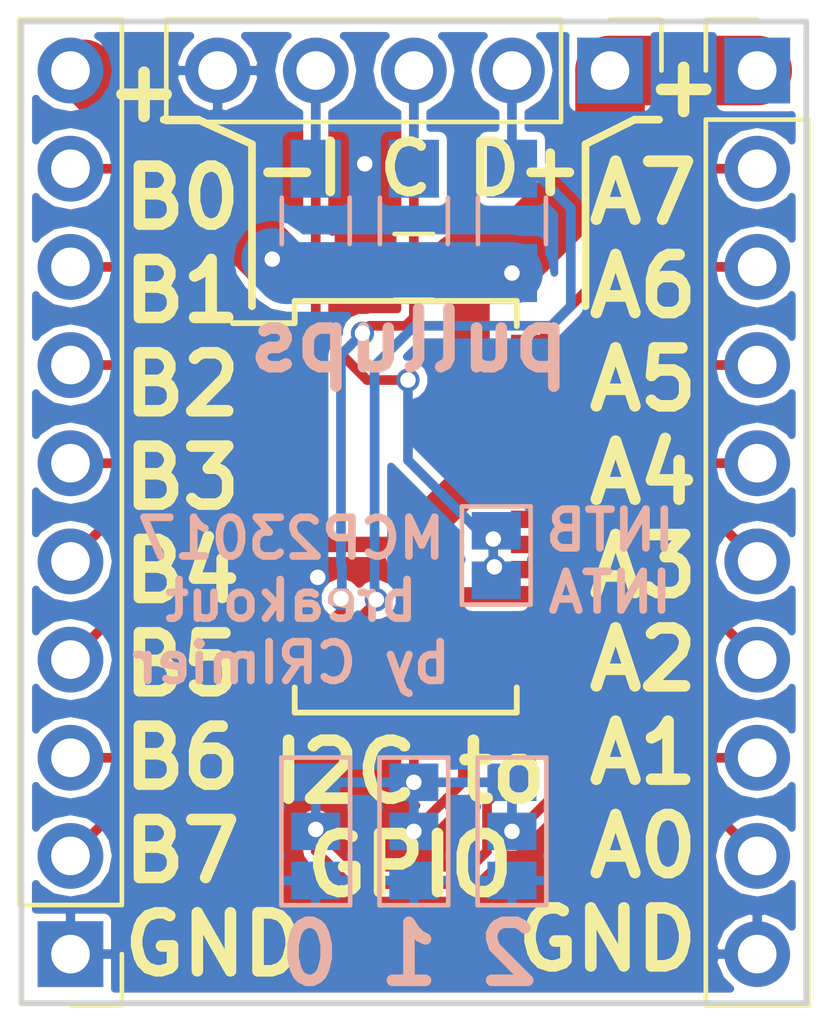
<source format=kicad_pcb>
(kicad_pcb (version 4) (host pcbnew 4.0.7)

  (general
    (links 46)
    (no_connects 0)
    (area 137.084999 95.174999 157.555001 120.725001)
    (thickness 1.6)
    (drawings 22)
    (tracks 162)
    (zones 0)
    (modules 12)
    (nets 25)
  )

  (page A4)
  (layers
    (0 F.Cu signal)
    (31 B.Cu signal)
    (32 B.Adhes user)
    (33 F.Adhes user)
    (34 B.Paste user)
    (35 F.Paste user)
    (36 B.SilkS user)
    (37 F.SilkS user)
    (38 B.Mask user hide)
    (39 F.Mask user hide)
    (40 Dwgs.User user)
    (41 Cmts.User user)
    (42 Eco1.User user)
    (43 Eco2.User user)
    (44 Edge.Cuts user)
    (45 Margin user)
    (46 B.CrtYd user)
    (47 F.CrtYd user)
    (48 B.Fab user hide)
    (49 F.Fab user hide)
  )

  (setup
    (last_trace_width 0.4)
    (user_trace_width 0.4)
    (user_trace_width 0.5)
    (user_trace_width 0.7)
    (user_trace_width 0.9)
    (user_trace_width 1)
    (user_trace_width 1.2)
    (user_trace_width 1.6)
    (user_trace_width 1.8)
    (trace_clearance 0.2)
    (zone_clearance 0.508)
    (zone_45_only no)
    (trace_min 0.2)
    (segment_width 0.2)
    (edge_width 0.15)
    (via_size 0.6)
    (via_drill 0.4)
    (via_min_size 0.4)
    (via_min_drill 0.3)
    (uvia_size 0.3)
    (uvia_drill 0.1)
    (uvias_allowed no)
    (uvia_min_size 0.2)
    (uvia_min_drill 0.1)
    (pcb_text_width 0.3)
    (pcb_text_size 1.5 1.5)
    (mod_edge_width 0.15)
    (mod_text_size 1 1)
    (mod_text_width 0.15)
    (pad_size 1.524 1.524)
    (pad_drill 0.762)
    (pad_to_mask_clearance 0.2)
    (aux_axis_origin 137.16 95.25)
    (grid_origin 137.16 95.25)
    (visible_elements 7FFFFF7F)
    (pcbplotparams
      (layerselection 0x010f0_80000001)
      (usegerberextensions true)
      (usegerberattributes true)
      (excludeedgelayer true)
      (linewidth 0.100000)
      (plotframeref false)
      (viasonmask false)
      (mode 1)
      (useauxorigin true)
      (hpglpennumber 1)
      (hpglpenspeed 20)
      (hpglpendiameter 15)
      (hpglpenoverlay 2)
      (psnegative false)
      (psa4output false)
      (plotreference true)
      (plotvalue true)
      (plotinvisibletext false)
      (padsonsilk false)
      (subtractmaskfromsilk false)
      (outputformat 1)
      (mirror false)
      (drillshape 0)
      (scaleselection 1)
      (outputdirectory gerbers/))
  )

  (net 0 "")
  (net 1 +3V3)
  (net 2 GND)
  (net 3 "Net-(J1-Pad2)")
  (net 4 "Net-(J1-Pad3)")
  (net 5 "Net-(J1-Pad4)")
  (net 6 "Net-(J1-Pad5)")
  (net 7 "Net-(J1-Pad6)")
  (net 8 "Net-(J1-Pad7)")
  (net 9 "Net-(J1-Pad8)")
  (net 10 "Net-(J1-Pad9)")
  (net 11 "Net-(J2-Pad2)")
  (net 12 "Net-(J2-Pad3)")
  (net 13 "Net-(J2-Pad4)")
  (net 14 "Net-(J2-Pad5)")
  (net 15 "Net-(J2-Pad6)")
  (net 16 "Net-(J2-Pad7)")
  (net 17 "Net-(J2-Pad8)")
  (net 18 "Net-(J2-Pad9)")
  (net 19 "Net-(J3-Pad2)")
  (net 20 "Net-(J4-Pad2)")
  (net 21 "Net-(J5-Pad2)")
  (net 22 "Net-(J6-Pad2)")
  (net 23 "Net-(J6-Pad3)")
  (net 24 "Net-(J6-Pad4)")

  (net_class Default "This is the default net class."
    (clearance 0.2)
    (trace_width 0.25)
    (via_dia 0.6)
    (via_drill 0.4)
    (uvia_dia 0.3)
    (uvia_drill 0.1)
    (add_net +3V3)
    (add_net GND)
    (add_net "Net-(J1-Pad2)")
    (add_net "Net-(J1-Pad3)")
    (add_net "Net-(J1-Pad4)")
    (add_net "Net-(J1-Pad5)")
    (add_net "Net-(J1-Pad6)")
    (add_net "Net-(J1-Pad7)")
    (add_net "Net-(J1-Pad8)")
    (add_net "Net-(J1-Pad9)")
    (add_net "Net-(J2-Pad2)")
    (add_net "Net-(J2-Pad3)")
    (add_net "Net-(J2-Pad4)")
    (add_net "Net-(J2-Pad5)")
    (add_net "Net-(J2-Pad6)")
    (add_net "Net-(J2-Pad7)")
    (add_net "Net-(J2-Pad8)")
    (add_net "Net-(J2-Pad9)")
    (add_net "Net-(J3-Pad2)")
    (add_net "Net-(J4-Pad2)")
    (add_net "Net-(J5-Pad2)")
    (add_net "Net-(J6-Pad2)")
    (add_net "Net-(J6-Pad3)")
    (add_net "Net-(J6-Pad4)")
  )

  (module Housings_SSOP:SSOP-28_5.3x10.2mm_Pitch0.65mm (layer F.Cu) (tedit 5A879C50) (tstamp 5A8791BB)
    (at 147.11 107.8062)
    (descr "28-Lead Plastic Shrink Small Outline (SS)-5.30 mm Body [SSOP] (see Microchip Packaging Specification 00000049BS.pdf)")
    (tags "SSOP 0.65")
    (path /5A878E7D)
    (attr smd)
    (fp_text reference U1 (at 0 -6.25 90) (layer F.SilkS) hide
      (effects (font (size 1 1) (thickness 0.15)))
    )
    (fp_text value MCP23017 (at 0 6.25) (layer F.Fab)
      (effects (font (size 1 1) (thickness 0.15)))
    )
    (fp_line (start -1.65 -5.1) (end 2.65 -5.1) (layer F.Fab) (width 0.15))
    (fp_line (start 2.65 -5.1) (end 2.65 5.1) (layer F.Fab) (width 0.15))
    (fp_line (start 2.65 5.1) (end -2.65 5.1) (layer F.Fab) (width 0.15))
    (fp_line (start -2.65 5.1) (end -2.65 -4.1) (layer F.Fab) (width 0.15))
    (fp_line (start -2.65 -4.1) (end -1.65 -5.1) (layer F.Fab) (width 0.15))
    (fp_line (start -4.75 -5.5) (end -4.75 5.5) (layer F.CrtYd) (width 0.05))
    (fp_line (start 4.75 -5.5) (end 4.75 5.5) (layer F.CrtYd) (width 0.05))
    (fp_line (start -4.75 -5.5) (end 4.75 -5.5) (layer F.CrtYd) (width 0.05))
    (fp_line (start -4.75 5.5) (end 4.75 5.5) (layer F.CrtYd) (width 0.05))
    (fp_line (start -2.875 -5.325) (end -2.875 -4.75) (layer F.SilkS) (width 0.15))
    (fp_line (start 2.875 -5.325) (end 2.875 -4.675) (layer F.SilkS) (width 0.15))
    (fp_line (start 2.875 5.325) (end 2.875 4.675) (layer F.SilkS) (width 0.15))
    (fp_line (start -2.875 5.325) (end -2.875 4.675) (layer F.SilkS) (width 0.15))
    (fp_line (start -2.875 -5.325) (end 2.875 -5.325) (layer F.SilkS) (width 0.15))
    (fp_line (start -2.875 5.325) (end 2.875 5.325) (layer F.SilkS) (width 0.15))
    (fp_line (start -2.875 -4.75) (end -4.475 -4.75) (layer F.SilkS) (width 0.15))
    (fp_text user %R (at 0 0) (layer F.Fab)
      (effects (font (size 0.8 0.8) (thickness 0.15)))
    )
    (pad 1 smd rect (at -3.6 -4.225) (size 1.75 0.45) (layers F.Cu F.Paste F.Mask)
      (net 10 "Net-(J1-Pad9)"))
    (pad 2 smd rect (at -3.6 -3.575) (size 1.75 0.45) (layers F.Cu F.Paste F.Mask)
      (net 9 "Net-(J1-Pad8)"))
    (pad 3 smd rect (at -3.6 -2.925) (size 1.75 0.45) (layers F.Cu F.Paste F.Mask)
      (net 8 "Net-(J1-Pad7)"))
    (pad 4 smd rect (at -3.6 -2.275) (size 1.75 0.45) (layers F.Cu F.Paste F.Mask)
      (net 7 "Net-(J1-Pad6)"))
    (pad 5 smd rect (at -3.6 -1.625) (size 1.75 0.45) (layers F.Cu F.Paste F.Mask)
      (net 6 "Net-(J1-Pad5)"))
    (pad 6 smd rect (at -3.6 -0.975) (size 1.75 0.45) (layers F.Cu F.Paste F.Mask)
      (net 5 "Net-(J1-Pad4)"))
    (pad 7 smd rect (at -3.6 -0.325) (size 1.75 0.45) (layers F.Cu F.Paste F.Mask)
      (net 4 "Net-(J1-Pad3)"))
    (pad 8 smd rect (at -3.6 0.325) (size 1.75 0.45) (layers F.Cu F.Paste F.Mask)
      (net 3 "Net-(J1-Pad2)"))
    (pad 9 smd rect (at -3.6 0.975) (size 1.75 0.45) (layers F.Cu F.Paste F.Mask)
      (net 1 +3V3))
    (pad 10 smd rect (at -3.6 1.625) (size 1.75 0.45) (layers F.Cu F.Paste F.Mask)
      (net 2 GND))
    (pad 11 smd rect (at -3.6 2.275) (size 1.75 0.45) (layers F.Cu F.Paste F.Mask))
    (pad 12 smd rect (at -3.6 2.925) (size 1.75 0.45) (layers F.Cu F.Paste F.Mask)
      (net 23 "Net-(J6-Pad3)"))
    (pad 13 smd rect (at -3.6 3.575) (size 1.75 0.45) (layers F.Cu F.Paste F.Mask)
      (net 22 "Net-(J6-Pad2)"))
    (pad 14 smd rect (at -3.6 4.225) (size 1.75 0.45) (layers F.Cu F.Paste F.Mask))
    (pad 15 smd rect (at 3.6 4.225) (size 1.75 0.45) (layers F.Cu F.Paste F.Mask)
      (net 19 "Net-(J3-Pad2)"))
    (pad 16 smd rect (at 3.6 3.575) (size 1.75 0.45) (layers F.Cu F.Paste F.Mask)
      (net 20 "Net-(J4-Pad2)"))
    (pad 17 smd rect (at 3.6 2.925) (size 1.75 0.45) (layers F.Cu F.Paste F.Mask)
      (net 21 "Net-(J5-Pad2)"))
    (pad 18 smd rect (at 3.6 2.275) (size 1.75 0.45) (layers F.Cu F.Paste F.Mask)
      (net 1 +3V3))
    (pad 19 smd rect (at 3.6 1.625) (size 1.75 0.45) (layers F.Cu F.Paste F.Mask)
      (net 24 "Net-(J6-Pad4)"))
    (pad 20 smd rect (at 3.6 0.975) (size 1.75 0.45) (layers F.Cu F.Paste F.Mask)
      (net 24 "Net-(J6-Pad4)"))
    (pad 21 smd rect (at 3.6 0.325) (size 1.75 0.45) (layers F.Cu F.Paste F.Mask)
      (net 18 "Net-(J2-Pad9)"))
    (pad 22 smd rect (at 3.6 -0.325) (size 1.75 0.45) (layers F.Cu F.Paste F.Mask)
      (net 17 "Net-(J2-Pad8)"))
    (pad 23 smd rect (at 3.6 -0.975) (size 1.75 0.45) (layers F.Cu F.Paste F.Mask)
      (net 16 "Net-(J2-Pad7)"))
    (pad 24 smd rect (at 3.6 -1.625) (size 1.75 0.45) (layers F.Cu F.Paste F.Mask)
      (net 15 "Net-(J2-Pad6)"))
    (pad 25 smd rect (at 3.6 -2.275) (size 1.75 0.45) (layers F.Cu F.Paste F.Mask)
      (net 14 "Net-(J2-Pad5)"))
    (pad 26 smd rect (at 3.6 -2.925) (size 1.75 0.45) (layers F.Cu F.Paste F.Mask)
      (net 13 "Net-(J2-Pad4)"))
    (pad 27 smd rect (at 3.6 -3.575) (size 1.75 0.45) (layers F.Cu F.Paste F.Mask)
      (net 12 "Net-(J2-Pad3)"))
    (pad 28 smd rect (at 3.6 -4.225) (size 1.75 0.45) (layers F.Cu F.Paste F.Mask)
      (net 11 "Net-(J2-Pad2)"))
    (model ${KISYS3DMOD}/Housings_SSOP.3dshapes/SSOP-28_5.3x10.2mm_Pitch0.65mm.wrl
      (at (xyz 0 0 0))
      (scale (xyz 1 1 1))
      (rotate (xyz 0 0 0))
    )
  )

  (module Capacitors_SMD:C_0805_HandSoldering (layer F.Cu) (tedit 5A879810) (tstamp 5A87914F)
    (at 147.32 101.6 180)
    (descr "Capacitor SMD 0805, hand soldering")
    (tags "capacitor 0805")
    (path /5A8793DD)
    (attr smd)
    (fp_text reference C1 (at 0 -1.75 180) (layer F.SilkS) hide
      (effects (font (size 1 1) (thickness 0.15)))
    )
    (fp_text value 100nF (at 0 1.75 180) (layer F.Fab)
      (effects (font (size 1 1) (thickness 0.15)))
    )
    (fp_text user %R (at 0 -1.75 180) (layer F.Fab)
      (effects (font (size 1 1) (thickness 0.15)))
    )
    (fp_line (start -1 0.62) (end -1 -0.62) (layer F.Fab) (width 0.1))
    (fp_line (start 1 0.62) (end -1 0.62) (layer F.Fab) (width 0.1))
    (fp_line (start 1 -0.62) (end 1 0.62) (layer F.Fab) (width 0.1))
    (fp_line (start -1 -0.62) (end 1 -0.62) (layer F.Fab) (width 0.1))
    (fp_line (start 0.5 -0.85) (end -0.5 -0.85) (layer F.SilkS) (width 0.12))
    (fp_line (start -0.5 0.85) (end 0.5 0.85) (layer F.SilkS) (width 0.12))
    (fp_line (start -2.25 -0.88) (end 2.25 -0.88) (layer F.CrtYd) (width 0.05))
    (fp_line (start -2.25 -0.88) (end -2.25 0.87) (layer F.CrtYd) (width 0.05))
    (fp_line (start 2.25 0.87) (end 2.25 -0.88) (layer F.CrtYd) (width 0.05))
    (fp_line (start 2.25 0.87) (end -2.25 0.87) (layer F.CrtYd) (width 0.05))
    (pad 1 smd rect (at -1.25 0 180) (size 1.5 1.25) (layers F.Cu F.Paste F.Mask)
      (net 1 +3V3))
    (pad 2 smd rect (at 1.25 0 180) (size 1.5 1.25) (layers F.Cu F.Paste F.Mask)
      (net 2 GND))
    (model Capacitors_SMD.3dshapes/C_0805.wrl
      (at (xyz 0 0 0))
      (scale (xyz 1 1 1))
      (rotate (xyz 0 0 0))
    )
  )

  (module Pin_Headers:Pin_Header_Straight_1x10_Pitch2.54mm (layer F.Cu) (tedit 5A87980C) (tstamp 5A87915D)
    (at 138.43 119.38 180)
    (descr "Through hole straight pin header, 1x10, 2.54mm pitch, single row")
    (tags "Through hole pin header THT 1x10 2.54mm single row")
    (path /5A8798CF)
    (fp_text reference J1 (at 0 -2.33 180) (layer F.SilkS) hide
      (effects (font (size 1 1) (thickness 0.15)))
    )
    (fp_text value Conn_01x10 (at 0 25.19 180) (layer F.Fab)
      (effects (font (size 1 1) (thickness 0.15)))
    )
    (fp_line (start -0.635 -1.27) (end 1.27 -1.27) (layer F.Fab) (width 0.1))
    (fp_line (start 1.27 -1.27) (end 1.27 24.13) (layer F.Fab) (width 0.1))
    (fp_line (start 1.27 24.13) (end -1.27 24.13) (layer F.Fab) (width 0.1))
    (fp_line (start -1.27 24.13) (end -1.27 -0.635) (layer F.Fab) (width 0.1))
    (fp_line (start -1.27 -0.635) (end -0.635 -1.27) (layer F.Fab) (width 0.1))
    (fp_line (start -1.33 24.19) (end 1.33 24.19) (layer F.SilkS) (width 0.12))
    (fp_line (start -1.33 1.27) (end -1.33 24.19) (layer F.SilkS) (width 0.12))
    (fp_line (start 1.33 1.27) (end 1.33 24.19) (layer F.SilkS) (width 0.12))
    (fp_line (start -1.33 1.27) (end 1.33 1.27) (layer F.SilkS) (width 0.12))
    (fp_line (start -1.33 0) (end -1.33 -1.33) (layer F.SilkS) (width 0.12))
    (fp_line (start -1.33 -1.33) (end 0 -1.33) (layer F.SilkS) (width 0.12))
    (fp_line (start -1.8 -1.8) (end -1.8 24.65) (layer F.CrtYd) (width 0.05))
    (fp_line (start -1.8 24.65) (end 1.8 24.65) (layer F.CrtYd) (width 0.05))
    (fp_line (start 1.8 24.65) (end 1.8 -1.8) (layer F.CrtYd) (width 0.05))
    (fp_line (start 1.8 -1.8) (end -1.8 -1.8) (layer F.CrtYd) (width 0.05))
    (fp_text user %R (at 0 11.43 270) (layer F.Fab)
      (effects (font (size 1 1) (thickness 0.15)))
    )
    (pad 1 thru_hole rect (at 0 0 180) (size 1.7 1.7) (drill 1) (layers *.Cu *.Mask)
      (net 2 GND))
    (pad 2 thru_hole oval (at 0 2.54 180) (size 1.7 1.7) (drill 1) (layers *.Cu *.Mask)
      (net 3 "Net-(J1-Pad2)"))
    (pad 3 thru_hole oval (at 0 5.08 180) (size 1.7 1.7) (drill 1) (layers *.Cu *.Mask)
      (net 4 "Net-(J1-Pad3)"))
    (pad 4 thru_hole oval (at 0 7.62 180) (size 1.7 1.7) (drill 1) (layers *.Cu *.Mask)
      (net 5 "Net-(J1-Pad4)"))
    (pad 5 thru_hole oval (at 0 10.16 180) (size 1.7 1.7) (drill 1) (layers *.Cu *.Mask)
      (net 6 "Net-(J1-Pad5)"))
    (pad 6 thru_hole oval (at 0 12.7 180) (size 1.7 1.7) (drill 1) (layers *.Cu *.Mask)
      (net 7 "Net-(J1-Pad6)"))
    (pad 7 thru_hole oval (at 0 15.24 180) (size 1.7 1.7) (drill 1) (layers *.Cu *.Mask)
      (net 8 "Net-(J1-Pad7)"))
    (pad 8 thru_hole oval (at 0 17.78 180) (size 1.7 1.7) (drill 1) (layers *.Cu *.Mask)
      (net 9 "Net-(J1-Pad8)"))
    (pad 9 thru_hole oval (at 0 20.32 180) (size 1.7 1.7) (drill 1) (layers *.Cu *.Mask)
      (net 10 "Net-(J1-Pad9)"))
    (pad 10 thru_hole oval (at 0 22.86 180) (size 1.7 1.7) (drill 1) (layers *.Cu *.Mask)
      (net 1 +3V3))
    (model ${KISYS3DMOD}/Pin_Headers.3dshapes/Pin_Header_Straight_1x10_Pitch2.54mm.wrl
      (at (xyz 0 0 0))
      (scale (xyz 1 1 1))
      (rotate (xyz 0 0 0))
    )
  )

  (module Pin_Headers:Pin_Header_Straight_1x10_Pitch2.54mm (layer F.Cu) (tedit 5A879809) (tstamp 5A87916B)
    (at 156.21 96.52)
    (descr "Through hole straight pin header, 1x10, 2.54mm pitch, single row")
    (tags "Through hole pin header THT 1x10 2.54mm single row")
    (path /5A879990)
    (fp_text reference J2 (at 0 -2.33) (layer F.SilkS) hide
      (effects (font (size 1 1) (thickness 0.15)))
    )
    (fp_text value Conn_01x10 (at 0 25.19) (layer F.Fab)
      (effects (font (size 1 1) (thickness 0.15)))
    )
    (fp_line (start -0.635 -1.27) (end 1.27 -1.27) (layer F.Fab) (width 0.1))
    (fp_line (start 1.27 -1.27) (end 1.27 24.13) (layer F.Fab) (width 0.1))
    (fp_line (start 1.27 24.13) (end -1.27 24.13) (layer F.Fab) (width 0.1))
    (fp_line (start -1.27 24.13) (end -1.27 -0.635) (layer F.Fab) (width 0.1))
    (fp_line (start -1.27 -0.635) (end -0.635 -1.27) (layer F.Fab) (width 0.1))
    (fp_line (start -1.33 24.19) (end 1.33 24.19) (layer F.SilkS) (width 0.12))
    (fp_line (start -1.33 1.27) (end -1.33 24.19) (layer F.SilkS) (width 0.12))
    (fp_line (start 1.33 1.27) (end 1.33 24.19) (layer F.SilkS) (width 0.12))
    (fp_line (start -1.33 1.27) (end 1.33 1.27) (layer F.SilkS) (width 0.12))
    (fp_line (start -1.33 0) (end -1.33 -1.33) (layer F.SilkS) (width 0.12))
    (fp_line (start -1.33 -1.33) (end 0 -1.33) (layer F.SilkS) (width 0.12))
    (fp_line (start -1.8 -1.8) (end -1.8 24.65) (layer F.CrtYd) (width 0.05))
    (fp_line (start -1.8 24.65) (end 1.8 24.65) (layer F.CrtYd) (width 0.05))
    (fp_line (start 1.8 24.65) (end 1.8 -1.8) (layer F.CrtYd) (width 0.05))
    (fp_line (start 1.8 -1.8) (end -1.8 -1.8) (layer F.CrtYd) (width 0.05))
    (fp_text user %R (at 0 11.43 90) (layer F.Fab)
      (effects (font (size 1 1) (thickness 0.15)))
    )
    (pad 1 thru_hole rect (at 0 0) (size 1.7 1.7) (drill 1) (layers *.Cu *.Mask)
      (net 1 +3V3))
    (pad 2 thru_hole oval (at 0 2.54) (size 1.7 1.7) (drill 1) (layers *.Cu *.Mask)
      (net 11 "Net-(J2-Pad2)"))
    (pad 3 thru_hole oval (at 0 5.08) (size 1.7 1.7) (drill 1) (layers *.Cu *.Mask)
      (net 12 "Net-(J2-Pad3)"))
    (pad 4 thru_hole oval (at 0 7.62) (size 1.7 1.7) (drill 1) (layers *.Cu *.Mask)
      (net 13 "Net-(J2-Pad4)"))
    (pad 5 thru_hole oval (at 0 10.16) (size 1.7 1.7) (drill 1) (layers *.Cu *.Mask)
      (net 14 "Net-(J2-Pad5)"))
    (pad 6 thru_hole oval (at 0 12.7) (size 1.7 1.7) (drill 1) (layers *.Cu *.Mask)
      (net 15 "Net-(J2-Pad6)"))
    (pad 7 thru_hole oval (at 0 15.24) (size 1.7 1.7) (drill 1) (layers *.Cu *.Mask)
      (net 16 "Net-(J2-Pad7)"))
    (pad 8 thru_hole oval (at 0 17.78) (size 1.7 1.7) (drill 1) (layers *.Cu *.Mask)
      (net 17 "Net-(J2-Pad8)"))
    (pad 9 thru_hole oval (at 0 20.32) (size 1.7 1.7) (drill 1) (layers *.Cu *.Mask)
      (net 18 "Net-(J2-Pad9)"))
    (pad 10 thru_hole oval (at 0 22.86) (size 1.7 1.7) (drill 1) (layers *.Cu *.Mask)
      (net 2 GND))
    (model ${KISYS3DMOD}/Pin_Headers.3dshapes/Pin_Header_Straight_1x10_Pitch2.54mm.wrl
      (at (xyz 0 0 0))
      (scale (xyz 1 1 1))
      (rotate (xyz 0 0 0))
    )
  )

  (module Connect:GS3 (layer B.Cu) (tedit 5A87984E) (tstamp 5A879172)
    (at 144.78 116.205)
    (descr "3-pin solder bridge")
    (tags "solder bridge")
    (path /5A8794BB)
    (attr smd)
    (fp_text reference J3 (at -1.7 0 90) (layer B.SilkS) hide
      (effects (font (size 1 1) (thickness 0.15)) (justify mirror))
    )
    (fp_text value A0 (at 1.8 0 270) (layer B.Fab)
      (effects (font (size 1 1) (thickness 0.15)) (justify mirror))
    )
    (fp_line (start -1.15 2.15) (end 1.15 2.15) (layer B.CrtYd) (width 0.05))
    (fp_line (start 1.15 2.15) (end 1.15 -2.15) (layer B.CrtYd) (width 0.05))
    (fp_line (start 1.15 -2.15) (end -1.15 -2.15) (layer B.CrtYd) (width 0.05))
    (fp_line (start -1.15 -2.15) (end -1.15 2.15) (layer B.CrtYd) (width 0.05))
    (fp_line (start -0.89 1.91) (end -0.89 -1.91) (layer B.SilkS) (width 0.12))
    (fp_line (start -0.89 -1.91) (end 0.89 -1.91) (layer B.SilkS) (width 0.12))
    (fp_line (start 0.89 -1.91) (end 0.89 1.91) (layer B.SilkS) (width 0.12))
    (fp_line (start -0.89 1.91) (end 0.89 1.91) (layer B.SilkS) (width 0.12))
    (pad 1 smd rect (at 0 1.27) (size 1.27 0.97) (layers B.Cu B.Paste B.Mask)
      (net 2 GND))
    (pad 2 smd rect (at 0 0) (size 1.27 0.97) (layers B.Cu B.Paste B.Mask)
      (net 19 "Net-(J3-Pad2)"))
    (pad 3 smd rect (at 0 -1.27) (size 1.27 0.97) (layers B.Cu B.Paste B.Mask)
      (net 1 +3V3))
  )

  (module Connect:GS3 (layer B.Cu) (tedit 5A879851) (tstamp 5A879179)
    (at 147.32 116.205)
    (descr "3-pin solder bridge")
    (tags "solder bridge")
    (path /5A879534)
    (attr smd)
    (fp_text reference J4 (at -1.7 0 90) (layer B.SilkS) hide
      (effects (font (size 1 1) (thickness 0.15)) (justify mirror))
    )
    (fp_text value A1 (at 1.8 0 270) (layer B.Fab)
      (effects (font (size 1 1) (thickness 0.15)) (justify mirror))
    )
    (fp_line (start -1.15 2.15) (end 1.15 2.15) (layer B.CrtYd) (width 0.05))
    (fp_line (start 1.15 2.15) (end 1.15 -2.15) (layer B.CrtYd) (width 0.05))
    (fp_line (start 1.15 -2.15) (end -1.15 -2.15) (layer B.CrtYd) (width 0.05))
    (fp_line (start -1.15 -2.15) (end -1.15 2.15) (layer B.CrtYd) (width 0.05))
    (fp_line (start -0.89 1.91) (end -0.89 -1.91) (layer B.SilkS) (width 0.12))
    (fp_line (start -0.89 -1.91) (end 0.89 -1.91) (layer B.SilkS) (width 0.12))
    (fp_line (start 0.89 -1.91) (end 0.89 1.91) (layer B.SilkS) (width 0.12))
    (fp_line (start -0.89 1.91) (end 0.89 1.91) (layer B.SilkS) (width 0.12))
    (pad 1 smd rect (at 0 1.27) (size 1.27 0.97) (layers B.Cu B.Paste B.Mask)
      (net 2 GND))
    (pad 2 smd rect (at 0 0) (size 1.27 0.97) (layers B.Cu B.Paste B.Mask)
      (net 20 "Net-(J4-Pad2)"))
    (pad 3 smd rect (at 0 -1.27) (size 1.27 0.97) (layers B.Cu B.Paste B.Mask)
      (net 1 +3V3))
  )

  (module Connect:GS3 (layer B.Cu) (tedit 5A879854) (tstamp 5A879180)
    (at 149.86 116.205)
    (descr "3-pin solder bridge")
    (tags "solder bridge")
    (path /5A879566)
    (attr smd)
    (fp_text reference J5 (at -1.7 0 90) (layer B.SilkS) hide
      (effects (font (size 1 1) (thickness 0.15)) (justify mirror))
    )
    (fp_text value A2 (at 1.8 0 270) (layer B.Fab)
      (effects (font (size 1 1) (thickness 0.15)) (justify mirror))
    )
    (fp_line (start -1.15 2.15) (end 1.15 2.15) (layer B.CrtYd) (width 0.05))
    (fp_line (start 1.15 2.15) (end 1.15 -2.15) (layer B.CrtYd) (width 0.05))
    (fp_line (start 1.15 -2.15) (end -1.15 -2.15) (layer B.CrtYd) (width 0.05))
    (fp_line (start -1.15 -2.15) (end -1.15 2.15) (layer B.CrtYd) (width 0.05))
    (fp_line (start -0.89 1.91) (end -0.89 -1.91) (layer B.SilkS) (width 0.12))
    (fp_line (start -0.89 -1.91) (end 0.89 -1.91) (layer B.SilkS) (width 0.12))
    (fp_line (start 0.89 -1.91) (end 0.89 1.91) (layer B.SilkS) (width 0.12))
    (fp_line (start -0.89 1.91) (end 0.89 1.91) (layer B.SilkS) (width 0.12))
    (pad 1 smd rect (at 0 1.27) (size 1.27 0.97) (layers B.Cu B.Paste B.Mask)
      (net 2 GND))
    (pad 2 smd rect (at 0 0) (size 1.27 0.97) (layers B.Cu B.Paste B.Mask)
      (net 21 "Net-(J5-Pad2)"))
    (pad 3 smd rect (at 0 -1.27) (size 1.27 0.97) (layers B.Cu B.Paste B.Mask)
      (net 1 +3V3))
  )

  (module Pin_Headers:Pin_Header_Straight_1x05_Pitch2.54mm (layer F.Cu) (tedit 5A8799E7) (tstamp 5A879189)
    (at 152.4 96.52 270)
    (descr "Through hole straight pin header, 1x05, 2.54mm pitch, single row")
    (tags "Through hole pin header THT 1x05 2.54mm single row")
    (path /5A8790F6)
    (fp_text reference J6 (at 0 -2.33 270) (layer F.SilkS) hide
      (effects (font (size 1 1) (thickness 0.15)))
    )
    (fp_text value Conn_01x05 (at 0 12.49 270) (layer F.Fab)
      (effects (font (size 1 1) (thickness 0.15)))
    )
    (fp_line (start -0.635 -1.27) (end 1.27 -1.27) (layer F.Fab) (width 0.1))
    (fp_line (start 1.27 -1.27) (end 1.27 11.43) (layer F.Fab) (width 0.1))
    (fp_line (start 1.27 11.43) (end -1.27 11.43) (layer F.Fab) (width 0.1))
    (fp_line (start -1.27 11.43) (end -1.27 -0.635) (layer F.Fab) (width 0.1))
    (fp_line (start -1.27 -0.635) (end -0.635 -1.27) (layer F.Fab) (width 0.1))
    (fp_line (start -1.33 11.49) (end 1.33 11.49) (layer F.SilkS) (width 0.12))
    (fp_line (start -1.33 1.27) (end -1.33 11.49) (layer F.SilkS) (width 0.12))
    (fp_line (start 1.33 1.27) (end 1.33 11.49) (layer F.SilkS) (width 0.12))
    (fp_line (start -1.33 1.27) (end 1.33 1.27) (layer F.SilkS) (width 0.12))
    (fp_line (start -1.33 0) (end -1.33 -1.33) (layer F.SilkS) (width 0.12))
    (fp_line (start -1.33 -1.33) (end 0 -1.33) (layer F.SilkS) (width 0.12))
    (fp_line (start -1.8 -1.8) (end -1.8 11.95) (layer F.CrtYd) (width 0.05))
    (fp_line (start -1.8 11.95) (end 1.8 11.95) (layer F.CrtYd) (width 0.05))
    (fp_line (start 1.8 11.95) (end 1.8 -1.8) (layer F.CrtYd) (width 0.05))
    (fp_line (start 1.8 -1.8) (end -1.8 -1.8) (layer F.CrtYd) (width 0.05))
    (fp_text user %R (at 0 5.08 360) (layer F.Fab)
      (effects (font (size 1 1) (thickness 0.15)))
    )
    (pad 1 thru_hole rect (at 0 0 270) (size 1.7 1.7) (drill 1) (layers *.Cu *.Mask)
      (net 1 +3V3))
    (pad 2 thru_hole oval (at 0 2.54 270) (size 1.7 1.7) (drill 1) (layers *.Cu *.Mask)
      (net 22 "Net-(J6-Pad2)"))
    (pad 3 thru_hole oval (at 0 5.08 270) (size 1.7 1.7) (drill 1) (layers *.Cu *.Mask)
      (net 23 "Net-(J6-Pad3)"))
    (pad 4 thru_hole oval (at 0 7.62 270) (size 1.7 1.7) (drill 1) (layers *.Cu *.Mask)
      (net 24 "Net-(J6-Pad4)"))
    (pad 5 thru_hole oval (at 0 10.16 270) (size 1.7 1.7) (drill 1) (layers *.Cu *.Mask)
      (net 2 GND))
    (model ${KISYS3DMOD}/Pin_Headers.3dshapes/Pin_Header_Straight_1x05_Pitch2.54mm.wrl
      (at (xyz 0 0 0))
      (scale (xyz 1 1 1))
      (rotate (xyz 0 0 0))
    )
  )

  (module Connect:GS2 (layer B.Cu) (tedit 5A879859) (tstamp 5A87918F)
    (at 149.4536 109.0676)
    (descr "2-pin solder bridge")
    (tags "solder bridge")
    (path /5A879072)
    (attr smd)
    (fp_text reference JP1 (at 1.78 0 90) (layer B.SilkS) hide
      (effects (font (size 1 1) (thickness 0.15)) (justify mirror))
    )
    (fp_text value JMP (at -1.8 0 270) (layer B.Fab)
      (effects (font (size 1 1) (thickness 0.15)) (justify mirror))
    )
    (fp_line (start 1.1 1.45) (end 1.1 -1.5) (layer B.CrtYd) (width 0.05))
    (fp_line (start 1.1 -1.5) (end -1.1 -1.5) (layer B.CrtYd) (width 0.05))
    (fp_line (start -1.1 -1.5) (end -1.1 1.45) (layer B.CrtYd) (width 0.05))
    (fp_line (start -1.1 1.45) (end 1.1 1.45) (layer B.CrtYd) (width 0.05))
    (fp_line (start -0.89 1.27) (end -0.89 -1.27) (layer B.SilkS) (width 0.12))
    (fp_line (start 0.89 -1.27) (end 0.89 1.27) (layer B.SilkS) (width 0.12))
    (fp_line (start 0.89 -1.27) (end -0.89 -1.27) (layer B.SilkS) (width 0.12))
    (fp_line (start -0.89 1.27) (end 0.89 1.27) (layer B.SilkS) (width 0.12))
    (pad 1 smd rect (at 0 0.64) (size 1.27 0.97) (layers B.Cu B.Paste B.Mask)
      (net 24 "Net-(J6-Pad4)"))
    (pad 2 smd rect (at 0 -0.64) (size 1.27 0.97) (layers B.Cu B.Paste B.Mask)
      (net 24 "Net-(J6-Pad4)"))
  )

  (module Resistors_SMD:R_0805_HandSoldering (layer B.Cu) (tedit 5A879821) (tstamp 5A879195)
    (at 147.32 100.41 90)
    (descr "Resistor SMD 0805, hand soldering")
    (tags "resistor 0805")
    (path /5A8791AE)
    (attr smd)
    (fp_text reference R1 (at 0 1.7 90) (layer B.SilkS) hide
      (effects (font (size 1 1) (thickness 0.15)) (justify mirror))
    )
    (fp_text value 10K (at 0 -1.75 90) (layer B.Fab)
      (effects (font (size 1 1) (thickness 0.15)) (justify mirror))
    )
    (fp_text user %R (at 0 0 90) (layer B.Fab)
      (effects (font (size 0.5 0.5) (thickness 0.075)) (justify mirror))
    )
    (fp_line (start -1 -0.62) (end -1 0.62) (layer B.Fab) (width 0.1))
    (fp_line (start 1 -0.62) (end -1 -0.62) (layer B.Fab) (width 0.1))
    (fp_line (start 1 0.62) (end 1 -0.62) (layer B.Fab) (width 0.1))
    (fp_line (start -1 0.62) (end 1 0.62) (layer B.Fab) (width 0.1))
    (fp_line (start 0.6 -0.88) (end -0.6 -0.88) (layer B.SilkS) (width 0.12))
    (fp_line (start -0.6 0.88) (end 0.6 0.88) (layer B.SilkS) (width 0.12))
    (fp_line (start -2.35 0.9) (end 2.35 0.9) (layer B.CrtYd) (width 0.05))
    (fp_line (start -2.35 0.9) (end -2.35 -0.9) (layer B.CrtYd) (width 0.05))
    (fp_line (start 2.35 -0.9) (end 2.35 0.9) (layer B.CrtYd) (width 0.05))
    (fp_line (start 2.35 -0.9) (end -2.35 -0.9) (layer B.CrtYd) (width 0.05))
    (pad 1 smd rect (at -1.35 0 90) (size 1.5 1.3) (layers B.Cu B.Paste B.Mask)
      (net 1 +3V3))
    (pad 2 smd rect (at 1.35 0 90) (size 1.5 1.3) (layers B.Cu B.Paste B.Mask)
      (net 23 "Net-(J6-Pad3)"))
    (model ${KISYS3DMOD}/Resistors_SMD.3dshapes/R_0805.wrl
      (at (xyz 0 0 0))
      (scale (xyz 1 1 1))
      (rotate (xyz 0 0 0))
    )
  )

  (module Resistors_SMD:R_0805_HandSoldering (layer B.Cu) (tedit 5A879818) (tstamp 5A87919B)
    (at 149.86 100.41 90)
    (descr "Resistor SMD 0805, hand soldering")
    (tags "resistor 0805")
    (path /5A87930A)
    (attr smd)
    (fp_text reference R2 (at 0 1.7 90) (layer B.SilkS) hide
      (effects (font (size 1 1) (thickness 0.15)) (justify mirror))
    )
    (fp_text value 10K (at 0 -1.75 90) (layer B.Fab)
      (effects (font (size 1 1) (thickness 0.15)) (justify mirror))
    )
    (fp_text user %R (at 0 0 90) (layer B.Fab)
      (effects (font (size 0.5 0.5) (thickness 0.075)) (justify mirror))
    )
    (fp_line (start -1 -0.62) (end -1 0.62) (layer B.Fab) (width 0.1))
    (fp_line (start 1 -0.62) (end -1 -0.62) (layer B.Fab) (width 0.1))
    (fp_line (start 1 0.62) (end 1 -0.62) (layer B.Fab) (width 0.1))
    (fp_line (start -1 0.62) (end 1 0.62) (layer B.Fab) (width 0.1))
    (fp_line (start 0.6 -0.88) (end -0.6 -0.88) (layer B.SilkS) (width 0.12))
    (fp_line (start -0.6 0.88) (end 0.6 0.88) (layer B.SilkS) (width 0.12))
    (fp_line (start -2.35 0.9) (end 2.35 0.9) (layer B.CrtYd) (width 0.05))
    (fp_line (start -2.35 0.9) (end -2.35 -0.9) (layer B.CrtYd) (width 0.05))
    (fp_line (start 2.35 -0.9) (end 2.35 0.9) (layer B.CrtYd) (width 0.05))
    (fp_line (start 2.35 -0.9) (end -2.35 -0.9) (layer B.CrtYd) (width 0.05))
    (pad 1 smd rect (at -1.35 0 90) (size 1.5 1.3) (layers B.Cu B.Paste B.Mask)
      (net 1 +3V3))
    (pad 2 smd rect (at 1.35 0 90) (size 1.5 1.3) (layers B.Cu B.Paste B.Mask)
      (net 22 "Net-(J6-Pad2)"))
    (model ${KISYS3DMOD}/Resistors_SMD.3dshapes/R_0805.wrl
      (at (xyz 0 0 0))
      (scale (xyz 1 1 1))
      (rotate (xyz 0 0 0))
    )
  )

  (module Resistors_SMD:R_0805_HandSoldering (layer B.Cu) (tedit 5A879825) (tstamp 5A879273)
    (at 144.78 100.41 90)
    (descr "Resistor SMD 0805, hand soldering")
    (tags "resistor 0805")
    (path /5A879F80)
    (attr smd)
    (fp_text reference R3 (at 0 1.7 90) (layer B.SilkS) hide
      (effects (font (size 1 1) (thickness 0.15)) (justify mirror))
    )
    (fp_text value 10K (at 0 -1.75 90) (layer B.Fab)
      (effects (font (size 1 1) (thickness 0.15)) (justify mirror))
    )
    (fp_text user %R (at 0 0 90) (layer B.Fab)
      (effects (font (size 0.5 0.5) (thickness 0.075)) (justify mirror))
    )
    (fp_line (start -1 -0.62) (end -1 0.62) (layer B.Fab) (width 0.1))
    (fp_line (start 1 -0.62) (end -1 -0.62) (layer B.Fab) (width 0.1))
    (fp_line (start 1 0.62) (end 1 -0.62) (layer B.Fab) (width 0.1))
    (fp_line (start -1 0.62) (end 1 0.62) (layer B.Fab) (width 0.1))
    (fp_line (start 0.6 -0.88) (end -0.6 -0.88) (layer B.SilkS) (width 0.12))
    (fp_line (start -0.6 0.88) (end 0.6 0.88) (layer B.SilkS) (width 0.12))
    (fp_line (start -2.35 0.9) (end 2.35 0.9) (layer B.CrtYd) (width 0.05))
    (fp_line (start -2.35 0.9) (end -2.35 -0.9) (layer B.CrtYd) (width 0.05))
    (fp_line (start 2.35 -0.9) (end 2.35 0.9) (layer B.CrtYd) (width 0.05))
    (fp_line (start 2.35 -0.9) (end -2.35 -0.9) (layer B.CrtYd) (width 0.05))
    (pad 1 smd rect (at -1.35 0 90) (size 1.5 1.3) (layers B.Cu B.Paste B.Mask)
      (net 1 +3V3))
    (pad 2 smd rect (at 1.35 0 90) (size 1.5 1.3) (layers B.Cu B.Paste B.Mask)
      (net 24 "Net-(J6-Pad4)"))
    (model ${KISYS3DMOD}/Resistors_SMD.3dshapes/R_0805.wrl
      (at (xyz 0 0 0))
      (scale (xyz 1 1 1))
      (rotate (xyz 0 0 0))
    )
  )

  (gr_text "I2C to\nGPIO" (at 147.2184 115.8748) (layer F.SilkS)
    (effects (font (size 1.5 1.5) (thickness 0.3)))
  )
  (gr_text "INTB\nINTA" (at 152.4 109.22) (layer B.SilkS)
    (effects (font (size 1 1) (thickness 0.2)) (justify mirror))
  )
  (gr_line (start 151.765 99.949) (end 151.765 102.616) (layer F.SilkS) (width 0.2))
  (gr_line (start 143.129 99.949) (end 143.129 102.616) (layer F.SilkS) (width 0.2))
  (gr_line (start 141.732 97.79) (end 140.843 97.79) (layer F.SilkS) (width 0.2))
  (gr_line (start 143.129 98.425) (end 141.732 97.79) (layer F.SilkS) (width 0.2))
  (gr_line (start 143.129 99.949) (end 143.129 98.425) (layer F.SilkS) (width 0.2))
  (gr_line (start 153.035 97.79) (end 153.67 97.79) (layer F.SilkS) (width 0.2))
  (gr_line (start 151.765 98.425) (end 153.035 97.79) (layer F.SilkS) (width 0.2))
  (gr_line (start 151.765 99.949) (end 151.765 98.425) (layer F.SilkS) (width 0.2))
  (gr_text + (at 140.335 97.028) (layer F.SilkS) (tstamp 5A879AA5)
    (effects (font (size 1.5 1.5) (thickness 0.3)))
  )
  (gr_text + (at 154.305 96.901) (layer F.SilkS)
    (effects (font (size 1.5 1.5) (thickness 0.3)))
  )
  (gr_text "B0\nB1\nB2\nB3\nB4\nB5\nB6\nB7\nGND" (at 139.66 109.474) (layer F.SilkS) (tstamp 5A879A3A)
    (effects (font (size 1.5 1.5) (thickness 0.3)) (justify left))
  )
  (gr_text "A7\nA6\nA5\nA4\nA3\nA2\nA1\nA0\nGND" (at 154.813 109.347) (layer F.SilkS)
    (effects (font (size 1.5 1.5) (thickness 0.3)) (justify right))
  )
  (gr_text "2 1 0" (at 147.193 119.38) (layer B.SilkS)
    (effects (font (size 1.5 1.5) (thickness 0.3)) (justify mirror))
  )
  (gr_text pullups (at 147.193 103.505) (layer B.SilkS)
    (effects (font (size 1.5 1.5) (thickness 0.3)) (justify mirror))
  )
  (gr_text "-I C D+" (at 147.447 99.06) (layer F.SilkS)
    (effects (font (size 1.3 1.3) (thickness 0.25)))
  )
  (gr_text "MCP23017\nbreakout\nby CRImier" (at 144.145 110.236) (layer B.SilkS)
    (effects (font (size 1 1) (thickness 0.2)) (justify mirror))
  )
  (gr_line (start 137.16 95.25) (end 137.16 120.65) (layer Edge.Cuts) (width 0.15))
  (gr_line (start 157.48 95.25) (end 137.16 95.25) (layer Edge.Cuts) (width 0.15))
  (gr_line (start 157.48 120.65) (end 157.48 95.25) (layer Edge.Cuts) (width 0.15))
  (gr_line (start 137.16 120.65) (end 157.48 120.65) (layer Edge.Cuts) (width 0.15))

  (segment (start 150.71 110.0812) (end 148.952157 110.0812) (width 0.4) (layer F.Cu) (net 1))
  (segment (start 148.952157 110.0812) (end 148.9456 110.087757) (width 0.4) (layer F.Cu) (net 1))
  (segment (start 148.9456 110.087757) (end 148.949757 110.087757) (width 0.4) (layer F.Cu) (net 1))
  (segment (start 148.9456 110.087757) (end 147.573667 110.087757) (width 0.4) (layer F.Cu) (net 1))
  (segment (start 147.573667 110.087757) (end 147.563212 110.098212) (width 0.4) (layer F.Cu) (net 1))
  (segment (start 143.51 108.7812) (end 147.1238 108.7812) (width 0.4) (layer F.Cu) (net 1))
  (segment (start 147.1238 108.7812) (end 147.32 108.585) (width 0.4) (layer F.Cu) (net 1))
  (segment (start 149.86 114.935) (end 149.86 116.2304) (width 0.25) (layer B.Cu) (net 1))
  (segment (start 147.32 114.935) (end 147.32 116.1796) (width 0.25) (layer B.Cu) (net 1))
  (segment (start 144.78 114.935) (end 144.78 116.1288) (width 0.25) (layer B.Cu) (net 1))
  (segment (start 147.32 110.49) (end 147.32 114.935) (width 0.25) (layer F.Cu) (net 1))
  (via (at 147.32 114.935) (size 0.6) (drill 0.4) (layers F.Cu B.Cu) (net 1))
  (segment (start 147.32 114.935) (end 149.86 114.935) (width 0.25) (layer B.Cu) (net 1))
  (segment (start 144.78 114.935) (end 147.32 114.935) (width 0.25) (layer B.Cu) (net 1))
  (segment (start 144.78 101.76) (end 144.016002 101.76) (width 1.6) (layer B.Cu) (net 1))
  (segment (start 144.016002 101.76) (end 143.65499 101.398988) (width 1.6) (layer B.Cu) (net 1))
  (via (at 143.65499 101.398988) (size 0.6) (drill 0.4) (layers F.Cu B.Cu) (net 1))
  (segment (start 144.78 101.76) (end 147.32 101.76) (width 1.6) (layer B.Cu) (net 1))
  (via (at 149.86 101.76) (size 0.6) (drill 0.4) (layers F.Cu B.Cu) (net 1))
  (segment (start 147.32 101.76) (end 149.86 101.76) (width 1.6) (layer B.Cu) (net 1))
  (segment (start 148.57 101.6) (end 148.78442 101.81442) (width 1) (layer F.Cu) (net 1))
  (segment (start 138.43 96.52) (end 138.776002 96.52) (width 1.6) (layer F.Cu) (net 1))
  (segment (start 138.776002 96.52) (end 143.65499 101.398988) (width 1.6) (layer F.Cu) (net 1))
  (segment (start 143.65499 101.398988) (end 143.65499 101.423986) (width 1.6) (layer F.Cu) (net 1))
  (segment (start 148.78442 107.12058) (end 147.32 108.585) (width 1) (layer F.Cu) (net 1))
  (segment (start 148.78442 101.81442) (end 148.78442 107.12058) (width 1) (layer F.Cu) (net 1))
  (segment (start 147.32 109.22) (end 147.32 109.855) (width 0.7) (layer F.Cu) (net 1))
  (segment (start 147.563212 110.098212) (end 147.32 109.855) (width 0.25) (layer F.Cu) (net 1))
  (segment (start 147.32 109.855) (end 147.32 110.49) (width 0.7) (layer F.Cu) (net 1))
  (segment (start 147.32 108.585) (end 147.32 109.22) (width 1) (layer F.Cu) (net 1))
  (segment (start 148.57 101.6) (end 149.605382 101.6) (width 1.8) (layer F.Cu) (net 1))
  (segment (start 149.605382 101.6) (end 152.4 98.805382) (width 1.8) (layer F.Cu) (net 1))
  (segment (start 152.4 98.805382) (end 152.4 96.52) (width 1.8) (layer F.Cu) (net 1))
  (segment (start 152.4 96.52) (end 156.21 96.52) (width 1.8) (layer F.Cu) (net 1))
  (segment (start 144.631376 109.4312) (end 144.831683 109.631507) (width 0.25) (layer F.Cu) (net 2))
  (segment (start 143.51 109.4312) (end 144.631376 109.4312) (width 0.25) (layer F.Cu) (net 2))
  (via (at 144.831683 109.631507) (size 0.6) (drill 0.4) (layers F.Cu B.Cu) (net 2))
  (segment (start 146.07 101.6) (end 146.07 98.953) (width 1.6) (layer F.Cu) (net 2))
  (segment (start 146.07 98.953) (end 146.05 98.933) (width 1.6) (layer F.Cu) (net 2))
  (via (at 146.05 98.933) (size 0.6) (drill 0.4) (layers F.Cu B.Cu) (net 2))
  (segment (start 142.24 113.03) (end 142.24 108.366198) (width 0.25) (layer F.Cu) (net 3))
  (segment (start 142.24 108.366198) (end 142.474998 108.1312) (width 0.25) (layer F.Cu) (net 3))
  (segment (start 142.474998 108.1312) (end 143.51 108.1312) (width 0.25) (layer F.Cu) (net 3))
  (segment (start 138.43 116.84) (end 142.24 113.03) (width 0.25) (layer F.Cu) (net 3))
  (segment (start 139.7 114.3) (end 138.43 114.3) (width 0.25) (layer F.Cu) (net 4))
  (segment (start 140.97 113.03) (end 139.7 114.3) (width 0.25) (layer F.Cu) (net 4))
  (segment (start 140.97 108.999788) (end 140.97 113.03) (width 0.25) (layer F.Cu) (net 4))
  (segment (start 143.51 107.4812) (end 142.488588 107.4812) (width 0.25) (layer F.Cu) (net 4))
  (segment (start 142.488588 107.4812) (end 140.97 108.999788) (width 0.25) (layer F.Cu) (net 4))
  (segment (start 140.335 108.585) (end 140.335 109.855) (width 0.25) (layer F.Cu) (net 5))
  (segment (start 140.335 109.855) (end 138.43 111.76) (width 0.25) (layer F.Cu) (net 5))
  (segment (start 142.0888 106.8312) (end 140.335 108.585) (width 0.25) (layer F.Cu) (net 5))
  (segment (start 143.51 106.8312) (end 142.0888 106.8312) (width 0.25) (layer F.Cu) (net 5))
  (segment (start 143.51 106.1812) (end 141.426613 106.1812) (width 0.25) (layer F.Cu) (net 6))
  (segment (start 141.426613 106.1812) (end 138.43 109.177813) (width 0.25) (layer F.Cu) (net 6))
  (segment (start 138.43 109.177813) (end 138.43 109.22) (width 0.25) (layer F.Cu) (net 6))
  (segment (start 140.8488 105.5312) (end 139.7 106.68) (width 0.25) (layer F.Cu) (net 7))
  (segment (start 139.7 106.68) (end 138.43 106.68) (width 0.25) (layer F.Cu) (net 7))
  (segment (start 143.51 105.5312) (end 140.8488 105.5312) (width 0.25) (layer F.Cu) (net 7))
  (segment (start 143.51 104.8812) (end 142.34479 104.8812) (width 0.25) (layer F.Cu) (net 8))
  (segment (start 142.34479 104.8812) (end 141.60359 104.14) (width 0.25) (layer F.Cu) (net 8))
  (segment (start 141.60359 104.14) (end 138.43 104.14) (width 0.25) (layer F.Cu) (net 8))
  (segment (start 142.3312 104.2312) (end 139.7 101.6) (width 0.25) (layer F.Cu) (net 9))
  (segment (start 139.7 101.6) (end 138.43 101.6) (width 0.25) (layer F.Cu) (net 9))
  (segment (start 143.51 104.2312) (end 142.3312 104.2312) (width 0.25) (layer F.Cu) (net 9))
  (segment (start 143.51 102.87) (end 139.7 99.06) (width 0.25) (layer F.Cu) (net 10))
  (segment (start 139.7 99.06) (end 138.43 99.06) (width 0.25) (layer F.Cu) (net 10))
  (segment (start 143.51 103.5812) (end 143.51 102.87) (width 0.25) (layer F.Cu) (net 10))
  (segment (start 156.21 99.06) (end 154.94 99.06) (width 0.25) (layer F.Cu) (net 11))
  (segment (start 154.94 99.06) (end 150.71 103.29) (width 0.25) (layer F.Cu) (net 11))
  (segment (start 150.71 103.29) (end 150.71 103.5812) (width 0.25) (layer F.Cu) (net 11))
  (segment (start 150.71 104.2312) (end 151.745002 104.2312) (width 0.25) (layer F.Cu) (net 12))
  (segment (start 151.745002 104.2312) (end 154.376202 101.6) (width 0.25) (layer F.Cu) (net 12))
  (segment (start 154.376202 101.6) (end 156.21 101.6) (width 0.25) (layer F.Cu) (net 12))
  (segment (start 152.9288 104.8812) (end 153.67 104.14) (width 0.25) (layer F.Cu) (net 13))
  (segment (start 153.67 104.14) (end 156.21 104.14) (width 0.25) (layer F.Cu) (net 13))
  (segment (start 150.71 104.8812) (end 152.9288 104.8812) (width 0.25) (layer F.Cu) (net 13))
  (segment (start 153.7912 105.5312) (end 154.94 106.68) (width 0.25) (layer F.Cu) (net 14))
  (segment (start 154.94 106.68) (end 156.21 106.68) (width 0.25) (layer F.Cu) (net 14))
  (segment (start 150.71 105.5312) (end 153.7912 105.5312) (width 0.25) (layer F.Cu) (net 14))
  (segment (start 150.71 106.1812) (end 153.1712 106.1812) (width 0.25) (layer F.Cu) (net 15))
  (segment (start 153.1712 106.1812) (end 156.21 109.22) (width 0.25) (layer F.Cu) (net 15))
  (segment (start 154.305 108.585) (end 154.305 109.855) (width 0.25) (layer F.Cu) (net 16))
  (segment (start 154.305 109.855) (end 156.21 111.76) (width 0.25) (layer F.Cu) (net 16))
  (segment (start 152.5512 106.8312) (end 154.305 108.585) (width 0.25) (layer F.Cu) (net 16))
  (segment (start 150.71 106.8312) (end 152.5512 106.8312) (width 0.25) (layer F.Cu) (net 16))
  (segment (start 153.67 113.03) (end 154.94 114.3) (width 0.25) (layer F.Cu) (net 17))
  (segment (start 154.94 114.3) (end 156.21 114.3) (width 0.25) (layer F.Cu) (net 17))
  (segment (start 153.67 109.22) (end 153.67 113.03) (width 0.25) (layer F.Cu) (net 17))
  (segment (start 151.9312 107.4812) (end 153.67 109.22) (width 0.25) (layer F.Cu) (net 17))
  (segment (start 150.71 107.4812) (end 151.9312 107.4812) (width 0.25) (layer F.Cu) (net 17))
  (segment (start 152.4 113.03) (end 152.4 108.786198) (width 0.25) (layer F.Cu) (net 18))
  (segment (start 152.4 108.786198) (end 151.745002 108.1312) (width 0.25) (layer F.Cu) (net 18))
  (segment (start 151.745002 108.1312) (end 150.71 108.1312) (width 0.25) (layer F.Cu) (net 18))
  (segment (start 156.21 116.84) (end 152.4 113.03) (width 0.25) (layer F.Cu) (net 18))
  (segment (start 144.78 116.1288) (end 144.78 116.205) (width 0.25) (layer B.Cu) (net 19) (tstamp 5AEBD3D0))
  (segment (start 150.71 112.0312) (end 150.71 113.958) (width 0.25) (layer F.Cu) (net 19))
  (segment (start 145.636558 117.569558) (end 144.78 116.713) (width 0.25) (layer F.Cu) (net 19))
  (segment (start 150.71 113.958) (end 149.215001 115.452999) (width 0.25) (layer F.Cu) (net 19))
  (segment (start 149.215001 115.452999) (end 149.215001 116.716434) (width 0.25) (layer F.Cu) (net 19))
  (segment (start 149.215001 116.716434) (end 148.361877 117.569558) (width 0.25) (layer F.Cu) (net 19))
  (segment (start 148.361877 117.569558) (end 145.636558 117.569558) (width 0.25) (layer F.Cu) (net 19))
  (segment (start 144.78 116.713) (end 144.78 116.1542) (width 0.25) (layer F.Cu) (net 19))
  (via (at 144.78 116.1542) (size 0.6) (drill 0.4) (layers F.Cu B.Cu) (net 19))
  (segment (start 147.32 116.1796) (end 147.32 116.205) (width 0.25) (layer B.Cu) (net 20) (tstamp 5AEBD3D3))
  (segment (start 148.59 112.466198) (end 148.59 114.935) (width 0.25) (layer F.Cu) (net 20))
  (segment (start 148.59 114.935) (end 147.32 116.205) (width 0.25) (layer F.Cu) (net 20))
  (via (at 147.32 116.205) (size 0.6) (drill 0.4) (layers F.Cu B.Cu) (net 20))
  (segment (start 148.59 112.466198) (end 149.674998 111.3812) (width 0.25) (layer F.Cu) (net 20))
  (segment (start 149.674998 111.3812) (end 150.71 111.3812) (width 0.25) (layer F.Cu) (net 20))
  (segment (start 149.86 116.2304) (end 149.86 116.205) (width 0.25) (layer B.Cu) (net 21) (tstamp 5AEBD3D7))
  (segment (start 151.910001 110.896199) (end 151.910001 114.3) (width 0.25) (layer F.Cu) (net 21))
  (segment (start 149.86 116.205) (end 150.005001 116.205) (width 0.25) (layer F.Cu) (net 21))
  (segment (start 150.005001 116.205) (end 151.910001 114.3) (width 0.25) (layer F.Cu) (net 21))
  (via (at 149.86 116.205) (size 0.6) (drill 0.4) (layers F.Cu B.Cu) (net 21))
  (segment (start 150.71 110.7312) (end 151.745002 110.7312) (width 0.25) (layer F.Cu) (net 21))
  (segment (start 151.745002 110.7312) (end 151.910001 110.896199) (width 0.25) (layer F.Cu) (net 21))
  (segment (start 146.350243 110.21033) (end 146.304 110.164087) (width 0.25) (layer B.Cu) (net 22))
  (segment (start 147.339058 103.124) (end 150.876 103.124) (width 0.25) (layer B.Cu) (net 22))
  (segment (start 146.304 110.164087) (end 146.304 104.159058) (width 0.25) (layer B.Cu) (net 22))
  (segment (start 150.876 103.124) (end 151.384 102.616) (width 0.25) (layer B.Cu) (net 22))
  (segment (start 146.304 104.159058) (end 147.339058 103.124) (width 0.25) (layer B.Cu) (net 22))
  (segment (start 151.384 102.616) (end 151.384 100.076) (width 0.25) (layer B.Cu) (net 22))
  (segment (start 151.384 100.076) (end 150.368 99.06) (width 0.25) (layer B.Cu) (net 22))
  (segment (start 150.368 99.06) (end 149.86 99.06) (width 0.25) (layer B.Cu) (net 22))
  (segment (start 143.51 111.3812) (end 145.225231 111.3812) (width 0.25) (layer F.Cu) (net 22))
  (segment (start 145.225231 111.3812) (end 146.350243 110.256188) (width 0.25) (layer F.Cu) (net 22))
  (segment (start 146.350243 110.256188) (end 146.350243 110.21033) (width 0.25) (layer F.Cu) (net 22))
  (via (at 146.350243 110.21033) (size 0.6) (drill 0.4) (layers F.Cu B.Cu) (net 22))
  (segment (start 149.86 96.52) (end 149.86 99.06) (width 0.25) (layer B.Cu) (net 22))
  (segment (start 145.456684 109.331506) (end 145.456684 110.15617) (width 0.25) (layer B.Cu) (net 23))
  (segment (start 145.456684 110.15617) (end 145.433095 110.179759) (width 0.25) (layer B.Cu) (net 23))
  (segment (start 145.433095 109.307917) (end 145.456684 109.331506) (width 0.25) (layer B.Cu) (net 23))
  (segment (start 145.433095 103.873021) (end 145.433095 109.307917) (width 0.25) (layer B.Cu) (net 23))
  (segment (start 145.989058 103.317058) (end 145.433095 103.873021) (width 0.25) (layer B.Cu) (net 23))
  (segment (start 146.182116 103.124) (end 147.10743 103.124) (width 0.25) (layer F.Cu) (net 23))
  (segment (start 147.10743 103.124) (end 147.32 102.91143) (width 0.25) (layer F.Cu) (net 23))
  (segment (start 145.989058 103.317058) (end 146.182116 103.124) (width 0.25) (layer F.Cu) (net 23))
  (via (at 145.989058 103.317058) (size 0.6) (drill 0.4) (layers F.Cu B.Cu) (net 23))
  (segment (start 147.32 102.91143) (end 147.32 96.52) (width 0.25) (layer F.Cu) (net 23))
  (segment (start 145.433095 110.516047) (end 145.433095 110.179759) (width 0.25) (layer F.Cu) (net 23))
  (segment (start 145.217942 110.7312) (end 145.433095 110.516047) (width 0.25) (layer F.Cu) (net 23))
  (segment (start 143.51 110.7312) (end 145.217942 110.7312) (width 0.25) (layer F.Cu) (net 23))
  (via (at 145.433095 110.179759) (size 0.6) (drill 0.4) (layers F.Cu B.Cu) (net 23))
  (segment (start 147.32 96.52) (end 147.32 99.06) (width 0.25) (layer B.Cu) (net 23))
  (segment (start 149.605471 109.361673) (end 149.40571 109.361673) (width 0.25) (layer F.Cu) (net 24))
  (segment (start 149.674998 109.4312) (end 149.605471 109.361673) (width 0.25) (layer F.Cu) (net 24))
  (segment (start 150.71 109.4312) (end 149.674998 109.4312) (width 0.25) (layer F.Cu) (net 24))
  (segment (start 149.376094 109.332057) (end 149.40571 109.361673) (width 0.25) (layer B.Cu) (net 24))
  (segment (start 149.376094 108.641012) (end 149.376094 109.332057) (width 0.25) (layer B.Cu) (net 24))
  (via (at 149.40571 109.361673) (size 0.6) (drill 0.4) (layers F.Cu B.Cu) (net 24))
  (segment (start 147.168242 106.602309) (end 149.206945 108.641012) (width 0.25) (layer B.Cu) (net 24))
  (segment (start 147.168242 104.528115) (end 147.168242 106.602309) (width 0.25) (layer B.Cu) (net 24))
  (segment (start 149.206945 108.641012) (end 149.376094 108.641012) (width 0.25) (layer B.Cu) (net 24))
  (segment (start 149.516282 108.7812) (end 149.376094 108.641012) (width 0.25) (layer F.Cu) (net 24))
  (segment (start 150.71 108.7812) (end 149.516282 108.7812) (width 0.25) (layer F.Cu) (net 24))
  (via (at 149.376094 108.641012) (size 0.6) (drill 0.4) (layers F.Cu B.Cu) (net 24))
  (segment (start 144.78 103.197328) (end 146.110787 104.528115) (width 0.25) (layer F.Cu) (net 24))
  (segment (start 144.78 96.52) (end 144.78 103.197328) (width 0.25) (layer F.Cu) (net 24))
  (via (at 147.168242 104.528115) (size 0.6) (drill 0.4) (layers F.Cu B.Cu) (net 24))
  (segment (start 146.110787 104.528115) (end 147.168242 104.528115) (width 0.25) (layer F.Cu) (net 24))
  (segment (start 144.78 96.52) (end 144.78 99.06) (width 0.25) (layer B.Cu) (net 24))

  (zone (net 2) (net_name GND) (layer F.Cu) (tstamp 0) (hatch edge 0.508)
    (connect_pads (clearance 0.2))
    (min_thickness 0.2)
    (fill yes (arc_segments 16) (thermal_gap 0.2) (thermal_bridge_width 0.24))
    (polygon
      (pts
        (xy 137.16 120.65) (xy 157.48 120.65) (xy 157.48 95.25) (xy 137.16 95.25)
      )
    )
    (filled_polygon
      (pts
        (xy 146.719478 110.738744) (xy 146.860381 110.949619) (xy 146.895 110.972751) (xy 146.895 114.51147) (xy 146.811641 114.594683)
        (xy 146.720104 114.815129) (xy 146.719896 115.053824) (xy 146.811048 115.274429) (xy 146.979683 115.443359) (xy 147.200129 115.534896)
        (xy 147.388899 115.53506) (xy 147.318961 115.604999) (xy 147.201176 115.604896) (xy 146.980571 115.696048) (xy 146.811641 115.864683)
        (xy 146.720104 116.085129) (xy 146.719896 116.323824) (xy 146.811048 116.544429) (xy 146.979683 116.713359) (xy 147.200129 116.804896)
        (xy 147.438824 116.805104) (xy 147.659429 116.713952) (xy 147.828359 116.545317) (xy 147.919896 116.324871) (xy 147.92 116.206041)
        (xy 148.819042 115.306999) (xy 148.790001 115.452999) (xy 148.790001 116.540393) (xy 148.185837 117.144558) (xy 145.812598 117.144558)
        (xy 145.225403 116.557363) (xy 145.288359 116.494517) (xy 145.379896 116.274071) (xy 145.380104 116.035376) (xy 145.288952 115.814771)
        (xy 145.120317 115.645841) (xy 144.899871 115.554304) (xy 144.661176 115.554096) (xy 144.440571 115.645248) (xy 144.271641 115.813883)
        (xy 144.180104 116.034329) (xy 144.179896 116.273024) (xy 144.271048 116.493629) (xy 144.355 116.577728) (xy 144.355 116.713)
        (xy 144.373321 116.805104) (xy 144.387351 116.875641) (xy 144.47948 117.01352) (xy 145.336038 117.870078) (xy 145.473917 117.962207)
        (xy 145.636558 117.994558) (xy 148.361877 117.994558) (xy 148.497534 117.967574) (xy 148.524518 117.962207) (xy 148.662397 117.870078)
        (xy 149.515522 117.016954) (xy 149.60765 116.879075) (xy 149.631387 116.759742) (xy 149.740129 116.804896) (xy 149.978824 116.805104)
        (xy 150.199429 116.713952) (xy 150.368359 116.545317) (xy 150.441239 116.369802) (xy 152.210521 114.60052) (xy 152.30265 114.462641)
        (xy 152.335001 114.3) (xy 152.335001 113.566041) (xy 155.142579 116.373619) (xy 155.125009 116.399914) (xy 155.03747 116.84)
        (xy 155.125009 117.280086) (xy 155.374297 117.653173) (xy 155.747384 117.902461) (xy 156.18747 117.99) (xy 156.23253 117.99)
        (xy 156.672616 117.902461) (xy 157.045703 117.653173) (xy 157.105 117.564428) (xy 157.105 118.675354) (xy 156.827836 118.41006)
        (xy 156.409626 118.247457) (xy 156.23 118.305172) (xy 156.23 119.36) (xy 156.25 119.36) (xy 156.25 119.4)
        (xy 156.23 119.4) (xy 156.23 119.42) (xy 156.19 119.42) (xy 156.19 119.4) (xy 155.135186 119.4)
        (xy 155.077459 119.579626) (xy 155.087273 119.628975) (xy 155.268014 120.039672) (xy 155.513871 120.275) (xy 139.58 120.275)
        (xy 139.58 119.475) (xy 139.505 119.4) (xy 138.45 119.4) (xy 138.45 119.42) (xy 138.41 119.42)
        (xy 138.41 119.4) (xy 138.39 119.4) (xy 138.39 119.36) (xy 138.41 119.36) (xy 138.41 118.305)
        (xy 138.45 118.305) (xy 138.45 119.36) (xy 139.505 119.36) (xy 139.58 119.285) (xy 139.58 119.180374)
        (xy 155.077459 119.180374) (xy 155.135186 119.36) (xy 156.19 119.36) (xy 156.19 118.305172) (xy 156.010374 118.247457)
        (xy 155.592164 118.41006) (xy 155.268014 118.720328) (xy 155.087273 119.131025) (xy 155.077459 119.180374) (xy 139.58 119.180374)
        (xy 139.58 118.470327) (xy 139.534328 118.360064) (xy 139.449937 118.275672) (xy 139.339674 118.23) (xy 138.525 118.23)
        (xy 138.45 118.305) (xy 138.41 118.305) (xy 138.335 118.23) (xy 137.535 118.23) (xy 137.535 117.564428)
        (xy 137.594297 117.653173) (xy 137.967384 117.902461) (xy 138.40747 117.99) (xy 138.45253 117.99) (xy 138.892616 117.902461)
        (xy 139.265703 117.653173) (xy 139.514991 117.280086) (xy 139.60253 116.84) (xy 139.514991 116.399914) (xy 139.497421 116.373619)
        (xy 142.540521 113.33052) (xy 142.632649 113.192641) (xy 142.665 113.03) (xy 142.665 112.562077) (xy 144.385 112.562077)
        (xy 144.496173 112.541158) (xy 144.598279 112.475455) (xy 144.666778 112.375203) (xy 144.690877 112.2562) (xy 144.690877 111.8062)
        (xy 145.225231 111.8062) (xy 145.360888 111.779216) (xy 145.387872 111.773849) (xy 145.525751 111.68172) (xy 146.3971 110.810371)
        (xy 146.469067 110.810434) (xy 146.689672 110.719282) (xy 146.71131 110.697682)
      )
    )
    (filled_polygon
      (pts
        (xy 146.52 109.22) (xy 146.580896 109.526147) (xy 146.67 109.6595) (xy 146.67 109.693434) (xy 146.470114 109.610434)
        (xy 146.231419 109.610226) (xy 146.010814 109.701378) (xy 145.906895 109.805116) (xy 145.773412 109.6714) (xy 145.552966 109.579863)
        (xy 145.314271 109.579655) (xy 145.093666 109.670807) (xy 144.924736 109.839442) (xy 144.833199 110.059888) (xy 144.832991 110.298583)
        (xy 144.836138 110.3062) (xy 144.690877 110.3062) (xy 144.690877 109.8562) (xy 144.670885 109.749951) (xy 144.685 109.715873)
        (xy 144.685 109.5262) (xy 144.61 109.4512) (xy 143.53 109.4512) (xy 143.53 109.4712) (xy 143.49 109.4712)
        (xy 143.49 109.4512) (xy 143.47 109.4512) (xy 143.47 109.4112) (xy 143.49 109.4112) (xy 143.49 109.3912)
        (xy 143.53 109.3912) (xy 143.53 109.4112) (xy 144.61 109.4112) (xy 144.685 109.3362) (xy 144.685 109.2062)
        (xy 146.52 109.2062)
      )
    )
    (filled_polygon
      (pts
        (xy 146.506827 95.684297) (xy 146.257539 96.057384) (xy 146.17 96.49747) (xy 146.17 96.54253) (xy 146.257539 96.982616)
        (xy 146.506827 97.355703) (xy 146.879914 97.604991) (xy 146.895 97.607992) (xy 146.895 100.681348) (xy 146.879674 100.675)
        (xy 146.165 100.675) (xy 146.09 100.75) (xy 146.09 101.58) (xy 146.11 101.58) (xy 146.11 101.62)
        (xy 146.09 101.62) (xy 146.09 102.45) (xy 146.165 102.525) (xy 146.879674 102.525) (xy 146.895 102.518652)
        (xy 146.895 102.699) (xy 146.182116 102.699) (xy 146.090888 102.717146) (xy 145.870234 102.716954) (xy 145.649629 102.808106)
        (xy 145.480699 102.976741) (xy 145.389162 103.197187) (xy 145.389155 103.205443) (xy 145.205 103.021288) (xy 145.205 102.502083)
        (xy 145.260326 102.525) (xy 145.975 102.525) (xy 146.05 102.45) (xy 146.05 101.62) (xy 146.03 101.62)
        (xy 146.03 101.58) (xy 146.05 101.58) (xy 146.05 100.75) (xy 145.975 100.675) (xy 145.260326 100.675)
        (xy 145.205 100.697917) (xy 145.205 97.607992) (xy 145.220086 97.604991) (xy 145.593173 97.355703) (xy 145.842461 96.982616)
        (xy 145.93 96.54253) (xy 145.93 96.49747) (xy 145.842461 96.057384) (xy 145.593173 95.684297) (xy 145.504428 95.625)
        (xy 146.595572 95.625)
      )
    )
    (filled_polygon
      (pts
        (xy 141.27006 95.902164) (xy 141.107457 96.320374) (xy 141.165172 96.5) (xy 142.22 96.5) (xy 142.22 96.48)
        (xy 142.26 96.48) (xy 142.26 96.5) (xy 143.314828 96.5) (xy 143.372543 96.320374) (xy 143.20994 95.902164)
        (xy 142.944646 95.625) (xy 144.055572 95.625) (xy 143.966827 95.684297) (xy 143.717539 96.057384) (xy 143.63 96.49747)
        (xy 143.63 96.54253) (xy 143.717539 96.982616) (xy 143.966827 97.355703) (xy 144.339914 97.604991) (xy 144.355 97.607992)
        (xy 144.355 100.543364) (xy 140.531262 96.719626) (xy 141.107457 96.719626) (xy 141.27006 97.137836) (xy 141.580328 97.461986)
        (xy 141.991025 97.642727) (xy 142.040374 97.652541) (xy 142.22 97.594814) (xy 142.22 96.54) (xy 142.26 96.54)
        (xy 142.26 97.594814) (xy 142.439626 97.652541) (xy 142.488975 97.642727) (xy 142.899672 97.461986) (xy 143.20994 97.137836)
        (xy 143.372543 96.719626) (xy 143.314828 96.54) (xy 142.26 96.54) (xy 142.22 96.54) (xy 141.165172 96.54)
        (xy 141.107457 96.719626) (xy 140.531262 96.719626) (xy 139.553819 95.742183) (xy 139.500905 95.706827) (xy 139.378443 95.625)
        (xy 141.535354 95.625)
      )
    )
  )
  (zone (net 2) (net_name GND) (layer B.Cu) (tstamp 0) (hatch edge 0.508)
    (connect_pads (clearance 0.2))
    (min_thickness 0.2)
    (fill yes (arc_segments 16) (thermal_gap 0.2) (thermal_bridge_width 0.24))
    (polygon
      (pts
        (xy 137.16 95.25) (xy 157.48 95.25) (xy 157.48 120.65) (xy 137.16 120.65)
      )
    )
    (filled_polygon
      (pts
        (xy 141.27006 95.902164) (xy 141.107457 96.320374) (xy 141.165172 96.5) (xy 142.22 96.5) (xy 142.22 96.48)
        (xy 142.26 96.48) (xy 142.26 96.5) (xy 143.314828 96.5) (xy 143.372543 96.320374) (xy 143.20994 95.902164)
        (xy 142.944646 95.625) (xy 144.055572 95.625) (xy 143.966827 95.684297) (xy 143.717539 96.057384) (xy 143.63 96.49747)
        (xy 143.63 96.54253) (xy 143.717539 96.982616) (xy 143.966827 97.355703) (xy 144.339914 97.604991) (xy 144.355 97.607992)
        (xy 144.355 98.004123) (xy 144.13 98.004123) (xy 144.018827 98.025042) (xy 143.916721 98.090745) (xy 143.848222 98.190997)
        (xy 143.824123 98.31) (xy 143.824123 99.81) (xy 143.845042 99.921173) (xy 143.910745 100.023279) (xy 144.010997 100.091778)
        (xy 144.13 100.115877) (xy 145.43 100.115877) (xy 145.541173 100.094958) (xy 145.643279 100.029255) (xy 145.711778 99.929003)
        (xy 145.735877 99.81) (xy 145.735877 98.31) (xy 145.714958 98.198827) (xy 145.649255 98.096721) (xy 145.549003 98.028222)
        (xy 145.43 98.004123) (xy 145.205 98.004123) (xy 145.205 97.607992) (xy 145.220086 97.604991) (xy 145.593173 97.355703)
        (xy 145.842461 96.982616) (xy 145.93 96.54253) (xy 145.93 96.49747) (xy 145.842461 96.057384) (xy 145.593173 95.684297)
        (xy 145.504428 95.625) (xy 146.595572 95.625) (xy 146.506827 95.684297) (xy 146.257539 96.057384) (xy 146.17 96.49747)
        (xy 146.17 96.54253) (xy 146.257539 96.982616) (xy 146.506827 97.355703) (xy 146.879914 97.604991) (xy 146.895 97.607992)
        (xy 146.895 98.004123) (xy 146.67 98.004123) (xy 146.558827 98.025042) (xy 146.456721 98.090745) (xy 146.388222 98.190997)
        (xy 146.364123 98.31) (xy 146.364123 99.81) (xy 146.385042 99.921173) (xy 146.450745 100.023279) (xy 146.550997 100.091778)
        (xy 146.67 100.115877) (xy 147.97 100.115877) (xy 148.081173 100.094958) (xy 148.183279 100.029255) (xy 148.251778 99.929003)
        (xy 148.275877 99.81) (xy 148.275877 98.31) (xy 148.254958 98.198827) (xy 148.189255 98.096721) (xy 148.089003 98.028222)
        (xy 147.97 98.004123) (xy 147.745 98.004123) (xy 147.745 97.607992) (xy 147.760086 97.604991) (xy 148.133173 97.355703)
        (xy 148.382461 96.982616) (xy 148.47 96.54253) (xy 148.47 96.49747) (xy 148.382461 96.057384) (xy 148.133173 95.684297)
        (xy 148.044428 95.625) (xy 149.135572 95.625) (xy 149.046827 95.684297) (xy 148.797539 96.057384) (xy 148.71 96.49747)
        (xy 148.71 96.54253) (xy 148.797539 96.982616) (xy 149.046827 97.355703) (xy 149.419914 97.604991) (xy 149.435 97.607992)
        (xy 149.435 98.004123) (xy 149.21 98.004123) (xy 149.098827 98.025042) (xy 148.996721 98.090745) (xy 148.928222 98.190997)
        (xy 148.904123 98.31) (xy 148.904123 99.81) (xy 148.925042 99.921173) (xy 148.990745 100.023279) (xy 149.090997 100.091778)
        (xy 149.21 100.115877) (xy 150.51 100.115877) (xy 150.621173 100.094958) (xy 150.723279 100.029255) (xy 150.72853 100.02157)
        (xy 150.959 100.25204) (xy 150.959 101.754973) (xy 150.876267 101.339048) (xy 150.815877 101.248668) (xy 150.815877 101.01)
        (xy 150.794958 100.898827) (xy 150.729255 100.796721) (xy 150.629003 100.728222) (xy 150.51 100.704123) (xy 150.08182 100.704123)
        (xy 149.86 100.66) (xy 144.471636 100.66) (xy 144.432807 100.621171) (xy 144.075941 100.382721) (xy 143.65499 100.298989)
        (xy 143.234039 100.382721) (xy 142.877173 100.621171) (xy 142.638723 100.978037) (xy 142.554991 101.398988) (xy 142.638723 101.819939)
        (xy 142.877173 102.176805) (xy 143.238184 102.537817) (xy 143.355194 102.616) (xy 143.59505 102.776267) (xy 144.016002 102.86)
        (xy 145.597644 102.86) (xy 145.480699 102.976741) (xy 145.389162 103.197187) (xy 145.389058 103.316017) (xy 145.132575 103.572501)
        (xy 145.040446 103.71038) (xy 145.040446 103.710381) (xy 145.008095 103.873021) (xy 145.008095 109.756229) (xy 144.924736 109.839442)
        (xy 144.833199 110.059888) (xy 144.832991 110.298583) (xy 144.924143 110.519188) (xy 145.092778 110.688118) (xy 145.313224 110.779655)
        (xy 145.551919 110.779863) (xy 145.772524 110.688711) (xy 145.876443 110.584973) (xy 146.009926 110.718689) (xy 146.230372 110.810226)
        (xy 146.469067 110.810434) (xy 146.689672 110.719282) (xy 146.858602 110.550647) (xy 146.950139 110.330201) (xy 146.950347 110.091506)
        (xy 146.859195 109.870901) (xy 146.729 109.740478) (xy 146.729 106.764107) (xy 148.512723 108.54783) (xy 148.512723 109.0192)
        (xy 148.533642 109.130373) (xy 148.561637 109.173879) (xy 148.536822 109.210197) (xy 148.512723 109.3292) (xy 148.512723 110.2992)
        (xy 148.533642 110.410373) (xy 148.599345 110.512479) (xy 148.699597 110.580978) (xy 148.8186 110.605077) (xy 150.0886 110.605077)
        (xy 150.199773 110.584158) (xy 150.301879 110.518455) (xy 150.370378 110.418203) (xy 150.394477 110.2992) (xy 150.394477 109.3292)
        (xy 150.373558 109.218027) (xy 150.345563 109.174521) (xy 150.370378 109.138203) (xy 150.394477 109.0192) (xy 150.394477 108.0492)
        (xy 150.373558 107.938027) (xy 150.307855 107.835921) (xy 150.207603 107.767422) (xy 150.0886 107.743323) (xy 148.910296 107.743323)
        (xy 147.34707 106.180097) (xy 147.34707 105.103426) (xy 147.507671 105.037067) (xy 147.676601 104.868432) (xy 147.768138 104.647986)
        (xy 147.768346 104.409291) (xy 147.677194 104.188686) (xy 147.508559 104.019756) (xy 147.288113 103.928219) (xy 147.136012 103.928086)
        (xy 147.515098 103.549) (xy 150.876 103.549) (xy 151.011657 103.522016) (xy 151.038641 103.516649) (xy 151.17652 103.42452)
        (xy 151.68452 102.916521) (xy 151.75696 102.808106) (xy 151.776649 102.77864) (xy 151.809 102.616) (xy 151.809 100.076)
        (xy 151.776649 99.91336) (xy 151.776649 99.913359) (xy 151.68452 99.77548) (xy 150.815877 98.906837) (xy 150.815877 98.31)
        (xy 150.794958 98.198827) (xy 150.729255 98.096721) (xy 150.629003 98.028222) (xy 150.51 98.004123) (xy 150.285 98.004123)
        (xy 150.285 97.607992) (xy 150.300086 97.604991) (xy 150.673173 97.355703) (xy 150.922461 96.982616) (xy 151.01 96.54253)
        (xy 151.01 96.49747) (xy 150.922461 96.057384) (xy 150.673173 95.684297) (xy 150.584428 95.625) (xy 151.253236 95.625)
        (xy 151.244123 95.67) (xy 151.244123 97.37) (xy 151.265042 97.481173) (xy 151.330745 97.583279) (xy 151.430997 97.651778)
        (xy 151.55 97.675877) (xy 153.25 97.675877) (xy 153.361173 97.654958) (xy 153.463279 97.589255) (xy 153.531778 97.489003)
        (xy 153.555877 97.37) (xy 153.555877 95.67) (xy 153.54741 95.625) (xy 155.063236 95.625) (xy 155.054123 95.67)
        (xy 155.054123 97.37) (xy 155.075042 97.481173) (xy 155.140745 97.583279) (xy 155.240997 97.651778) (xy 155.36 97.675877)
        (xy 157.06 97.675877) (xy 157.105 97.66741) (xy 157.105 98.335572) (xy 157.045703 98.246827) (xy 156.672616 97.997539)
        (xy 156.23253 97.91) (xy 156.18747 97.91) (xy 155.747384 97.997539) (xy 155.374297 98.246827) (xy 155.125009 98.619914)
        (xy 155.03747 99.06) (xy 155.125009 99.500086) (xy 155.374297 99.873173) (xy 155.747384 100.122461) (xy 156.18747 100.21)
        (xy 156.23253 100.21) (xy 156.672616 100.122461) (xy 157.045703 99.873173) (xy 157.105 99.784428) (xy 157.105 100.875572)
        (xy 157.045703 100.786827) (xy 156.672616 100.537539) (xy 156.23253 100.45) (xy 156.18747 100.45) (xy 155.747384 100.537539)
        (xy 155.374297 100.786827) (xy 155.125009 101.159914) (xy 155.03747 101.6) (xy 155.125009 102.040086) (xy 155.374297 102.413173)
        (xy 155.747384 102.662461) (xy 156.18747 102.75) (xy 156.23253 102.75) (xy 156.672616 102.662461) (xy 157.045703 102.413173)
        (xy 157.105 102.324428) (xy 157.105 103.415572) (xy 157.045703 103.326827) (xy 156.672616 103.077539) (xy 156.23253 102.99)
        (xy 156.18747 102.99) (xy 155.747384 103.077539) (xy 155.374297 103.326827) (xy 155.125009 103.699914) (xy 155.03747 104.14)
        (xy 155.125009 104.580086) (xy 155.374297 104.953173) (xy 155.747384 105.202461) (xy 156.18747 105.29) (xy 156.23253 105.29)
        (xy 156.672616 105.202461) (xy 157.045703 104.953173) (xy 157.105 104.864428) (xy 157.105 105.955572) (xy 157.045703 105.866827)
        (xy 156.672616 105.617539) (xy 156.23253 105.53) (xy 156.18747 105.53) (xy 155.747384 105.617539) (xy 155.374297 105.866827)
        (xy 155.125009 106.239914) (xy 155.03747 106.68) (xy 155.125009 107.120086) (xy 155.374297 107.493173) (xy 155.747384 107.742461)
        (xy 156.18747 107.83) (xy 156.23253 107.83) (xy 156.672616 107.742461) (xy 157.045703 107.493173) (xy 157.105 107.404428)
        (xy 157.105 108.495572) (xy 157.045703 108.406827) (xy 156.672616 108.157539) (xy 156.23253 108.07) (xy 156.18747 108.07)
        (xy 155.747384 108.157539) (xy 155.374297 108.406827) (xy 155.125009 108.779914) (xy 155.03747 109.22) (xy 155.125009 109.660086)
        (xy 155.374297 110.033173) (xy 155.747384 110.282461) (xy 156.18747 110.37) (xy 156.23253 110.37) (xy 156.672616 110.282461)
        (xy 157.045703 110.033173) (xy 157.105 109.944428) (xy 157.105 111.035572) (xy 157.045703 110.946827) (xy 156.672616 110.697539)
        (xy 156.23253 110.61) (xy 156.18747 110.61) (xy 155.747384 110.697539) (xy 155.374297 110.946827) (xy 155.125009 111.319914)
        (xy 155.03747 111.76) (xy 155.125009 112.200086) (xy 155.374297 112.573173) (xy 155.747384 112.822461) (xy 156.18747 112.91)
        (xy 156.23253 112.91) (xy 156.672616 112.822461) (xy 157.045703 112.573173) (xy 157.105 112.484428) (xy 157.105 113.575572)
        (xy 157.045703 113.486827) (xy 156.672616 113.237539) (xy 156.23253 113.15) (xy 156.18747 113.15) (xy 155.747384 113.237539)
        (xy 155.374297 113.486827) (xy 155.125009 113.859914) (xy 155.03747 114.3) (xy 155.125009 114.740086) (xy 155.374297 115.113173)
        (xy 155.747384 115.362461) (xy 156.18747 115.45) (xy 156.23253 115.45) (xy 156.672616 115.362461) (xy 157.045703 115.113173)
        (xy 157.105 115.024428) (xy 157.105 116.115572) (xy 157.045703 116.026827) (xy 156.672616 115.777539) (xy 156.23253 115.69)
        (xy 156.18747 115.69) (xy 155.747384 115.777539) (xy 155.374297 116.026827) (xy 155.125009 116.399914) (xy 155.03747 116.84)
        (xy 155.125009 117.280086) (xy 155.374297 117.653173) (xy 155.747384 117.902461) (xy 156.18747 117.99) (xy 156.23253 117.99)
        (xy 156.672616 117.902461) (xy 157.045703 117.653173) (xy 157.105 117.564428) (xy 157.105 118.675354) (xy 156.827836 118.41006)
        (xy 156.409626 118.247457) (xy 156.23 118.305172) (xy 156.23 119.36) (xy 156.25 119.36) (xy 156.25 119.4)
        (xy 156.23 119.4) (xy 156.23 119.42) (xy 156.19 119.42) (xy 156.19 119.4) (xy 155.135186 119.4)
        (xy 155.077459 119.579626) (xy 155.087273 119.628975) (xy 155.268014 120.039672) (xy 155.513871 120.275) (xy 139.58 120.275)
        (xy 139.58 119.475) (xy 139.505 119.4) (xy 138.45 119.4) (xy 138.45 119.42) (xy 138.41 119.42)
        (xy 138.41 119.4) (xy 138.39 119.4) (xy 138.39 119.36) (xy 138.41 119.36) (xy 138.41 118.305)
        (xy 138.45 118.305) (xy 138.45 119.36) (xy 139.505 119.36) (xy 139.58 119.285) (xy 139.58 119.180374)
        (xy 155.077459 119.180374) (xy 155.135186 119.36) (xy 156.19 119.36) (xy 156.19 118.305172) (xy 156.010374 118.247457)
        (xy 155.592164 118.41006) (xy 155.268014 118.720328) (xy 155.087273 119.131025) (xy 155.077459 119.180374) (xy 139.58 119.180374)
        (xy 139.58 118.470327) (xy 139.534328 118.360064) (xy 139.449937 118.275672) (xy 139.339674 118.23) (xy 138.525 118.23)
        (xy 138.45 118.305) (xy 138.41 118.305) (xy 138.335 118.23) (xy 137.535 118.23) (xy 137.535 117.564428)
        (xy 137.594297 117.653173) (xy 137.967384 117.902461) (xy 138.40747 117.99) (xy 138.45253 117.99) (xy 138.892616 117.902461)
        (xy 139.265703 117.653173) (xy 139.321277 117.57) (xy 143.845 117.57) (xy 143.845 118.019673) (xy 143.890672 118.129936)
        (xy 143.975063 118.214328) (xy 144.085326 118.26) (xy 144.685 118.26) (xy 144.76 118.185) (xy 144.76 117.495)
        (xy 144.8 117.495) (xy 144.8 118.185) (xy 144.875 118.26) (xy 145.474674 118.26) (xy 145.584937 118.214328)
        (xy 145.669328 118.129936) (xy 145.715 118.019673) (xy 145.715 117.57) (xy 146.385 117.57) (xy 146.385 118.019673)
        (xy 146.430672 118.129936) (xy 146.515063 118.214328) (xy 146.625326 118.26) (xy 147.225 118.26) (xy 147.3 118.185)
        (xy 147.3 117.495) (xy 147.34 117.495) (xy 147.34 118.185) (xy 147.415 118.26) (xy 148.014674 118.26)
        (xy 148.124937 118.214328) (xy 148.209328 118.129936) (xy 148.255 118.019673) (xy 148.255 117.57) (xy 148.925 117.57)
        (xy 148.925 118.019673) (xy 148.970672 118.129936) (xy 149.055063 118.214328) (xy 149.165326 118.26) (xy 149.765 118.26)
        (xy 149.84 118.185) (xy 149.84 117.495) (xy 149.88 117.495) (xy 149.88 118.185) (xy 149.955 118.26)
        (xy 150.554674 118.26) (xy 150.664937 118.214328) (xy 150.749328 118.129936) (xy 150.795 118.019673) (xy 150.795 117.57)
        (xy 150.72 117.495) (xy 149.88 117.495) (xy 149.84 117.495) (xy 149 117.495) (xy 148.925 117.57)
        (xy 148.255 117.57) (xy 148.18 117.495) (xy 147.34 117.495) (xy 147.3 117.495) (xy 146.46 117.495)
        (xy 146.385 117.57) (xy 145.715 117.57) (xy 145.64 117.495) (xy 144.8 117.495) (xy 144.76 117.495)
        (xy 143.92 117.495) (xy 143.845 117.57) (xy 139.321277 117.57) (xy 139.514991 117.280086) (xy 139.60253 116.84)
        (xy 139.514991 116.399914) (xy 139.265703 116.026827) (xy 138.892616 115.777539) (xy 138.45253 115.69) (xy 138.40747 115.69)
        (xy 137.967384 115.777539) (xy 137.594297 116.026827) (xy 137.535 116.115572) (xy 137.535 115.024428) (xy 137.594297 115.113173)
        (xy 137.967384 115.362461) (xy 138.40747 115.45) (xy 138.45253 115.45) (xy 138.892616 115.362461) (xy 139.265703 115.113173)
        (xy 139.514991 114.740086) (xy 139.572692 114.45) (xy 143.839123 114.45) (xy 143.839123 115.42) (xy 143.860042 115.531173)
        (xy 143.884723 115.569529) (xy 143.863222 115.600997) (xy 143.839123 115.72) (xy 143.839123 116.69) (xy 143.860042 116.801173)
        (xy 143.883437 116.83753) (xy 143.845 116.930327) (xy 143.845 117.38) (xy 143.92 117.455) (xy 144.76 117.455)
        (xy 144.76 117.435) (xy 144.8 117.435) (xy 144.8 117.455) (xy 145.64 117.455) (xy 145.715 117.38)
        (xy 145.715 116.930327) (xy 145.676836 116.83819) (xy 145.696778 116.809003) (xy 145.720877 116.69) (xy 145.720877 115.72)
        (xy 145.699958 115.608827) (xy 145.675277 115.570471) (xy 145.696778 115.539003) (xy 145.720877 115.42) (xy 145.720877 115.36)
        (xy 146.379123 115.36) (xy 146.379123 115.42) (xy 146.400042 115.531173) (xy 146.424723 115.569529) (xy 146.403222 115.600997)
        (xy 146.379123 115.72) (xy 146.379123 116.69) (xy 146.400042 116.801173) (xy 146.423437 116.83753) (xy 146.385 116.930327)
        (xy 146.385 117.38) (xy 146.46 117.455) (xy 147.3 117.455) (xy 147.3 117.435) (xy 147.34 117.435)
        (xy 147.34 117.455) (xy 148.18 117.455) (xy 148.255 117.38) (xy 148.255 116.930327) (xy 148.216836 116.83819)
        (xy 148.236778 116.809003) (xy 148.260877 116.69) (xy 148.260877 115.72) (xy 148.239958 115.608827) (xy 148.215277 115.570471)
        (xy 148.236778 115.539003) (xy 148.260877 115.42) (xy 148.260877 115.36) (xy 148.919123 115.36) (xy 148.919123 115.42)
        (xy 148.940042 115.531173) (xy 148.964723 115.569529) (xy 148.943222 115.600997) (xy 148.919123 115.72) (xy 148.919123 116.69)
        (xy 148.940042 116.801173) (xy 148.963437 116.83753) (xy 148.925 116.930327) (xy 148.925 117.38) (xy 149 117.455)
        (xy 149.84 117.455) (xy 149.84 117.435) (xy 149.88 117.435) (xy 149.88 117.455) (xy 150.72 117.455)
        (xy 150.795 117.38) (xy 150.795 116.930327) (xy 150.756836 116.83819) (xy 150.776778 116.809003) (xy 150.800877 116.69)
        (xy 150.800877 115.72) (xy 150.779958 115.608827) (xy 150.755277 115.570471) (xy 150.776778 115.539003) (xy 150.800877 115.42)
        (xy 150.800877 114.45) (xy 150.779958 114.338827) (xy 150.714255 114.236721) (xy 150.614003 114.168222) (xy 150.495 114.144123)
        (xy 149.225 114.144123) (xy 149.113827 114.165042) (xy 149.011721 114.230745) (xy 148.943222 114.330997) (xy 148.919123 114.45)
        (xy 148.919123 114.51) (xy 148.260877 114.51) (xy 148.260877 114.45) (xy 148.239958 114.338827) (xy 148.174255 114.236721)
        (xy 148.074003 114.168222) (xy 147.955 114.144123) (xy 146.685 114.144123) (xy 146.573827 114.165042) (xy 146.471721 114.230745)
        (xy 146.403222 114.330997) (xy 146.379123 114.45) (xy 146.379123 114.51) (xy 145.720877 114.51) (xy 145.720877 114.45)
        (xy 145.699958 114.338827) (xy 145.634255 114.236721) (xy 145.534003 114.168222) (xy 145.415 114.144123) (xy 144.145 114.144123)
        (xy 144.033827 114.165042) (xy 143.931721 114.230745) (xy 143.863222 114.330997) (xy 143.839123 114.45) (xy 139.572692 114.45)
        (xy 139.60253 114.3) (xy 139.514991 113.859914) (xy 139.265703 113.486827) (xy 138.892616 113.237539) (xy 138.45253 113.15)
        (xy 138.40747 113.15) (xy 137.967384 113.237539) (xy 137.594297 113.486827) (xy 137.535 113.575572) (xy 137.535 112.484428)
        (xy 137.594297 112.573173) (xy 137.967384 112.822461) (xy 138.40747 112.91) (xy 138.45253 112.91) (xy 138.892616 112.822461)
        (xy 139.265703 112.573173) (xy 139.514991 112.200086) (xy 139.60253 111.76) (xy 139.514991 111.319914) (xy 139.265703 110.946827)
        (xy 138.892616 110.697539) (xy 138.45253 110.61) (xy 138.40747 110.61) (xy 137.967384 110.697539) (xy 137.594297 110.946827)
        (xy 137.535 111.035572) (xy 137.535 109.944428) (xy 137.594297 110.033173) (xy 137.967384 110.282461) (xy 138.40747 110.37)
        (xy 138.45253 110.37) (xy 138.892616 110.282461) (xy 139.265703 110.033173) (xy 139.514991 109.660086) (xy 139.60253 109.22)
        (xy 139.514991 108.779914) (xy 139.265703 108.406827) (xy 138.892616 108.157539) (xy 138.45253 108.07) (xy 138.40747 108.07)
        (xy 137.967384 108.157539) (xy 137.594297 108.406827) (xy 137.535 108.495572) (xy 137.535 107.404428) (xy 137.594297 107.493173)
        (xy 137.967384 107.742461) (xy 138.40747 107.83) (xy 138.45253 107.83) (xy 138.892616 107.742461) (xy 139.265703 107.493173)
        (xy 139.514991 107.120086) (xy 139.60253 106.68) (xy 139.514991 106.239914) (xy 139.265703 105.866827) (xy 138.892616 105.617539)
        (xy 138.45253 105.53) (xy 138.40747 105.53) (xy 137.967384 105.617539) (xy 137.594297 105.866827) (xy 137.535 105.955572)
        (xy 137.535 104.864428) (xy 137.594297 104.953173) (xy 137.967384 105.202461) (xy 138.40747 105.29) (xy 138.45253 105.29)
        (xy 138.892616 105.202461) (xy 139.265703 104.953173) (xy 139.514991 104.580086) (xy 139.60253 104.14) (xy 139.514991 103.699914)
        (xy 139.265703 103.326827) (xy 138.892616 103.077539) (xy 138.45253 102.99) (xy 138.40747 102.99) (xy 137.967384 103.077539)
        (xy 137.594297 103.326827) (xy 137.535 103.415572) (xy 137.535 102.324428) (xy 137.594297 102.413173) (xy 137.967384 102.662461)
        (xy 138.40747 102.75) (xy 138.45253 102.75) (xy 138.892616 102.662461) (xy 139.265703 102.413173) (xy 139.514991 102.040086)
        (xy 139.60253 101.6) (xy 139.514991 101.159914) (xy 139.265703 100.786827) (xy 138.892616 100.537539) (xy 138.45253 100.45)
        (xy 138.40747 100.45) (xy 137.967384 100.537539) (xy 137.594297 100.786827) (xy 137.535 100.875572) (xy 137.535 99.784428)
        (xy 137.594297 99.873173) (xy 137.967384 100.122461) (xy 138.40747 100.21) (xy 138.45253 100.21) (xy 138.892616 100.122461)
        (xy 139.265703 99.873173) (xy 139.514991 99.500086) (xy 139.60253 99.06) (xy 139.514991 98.619914) (xy 139.265703 98.246827)
        (xy 138.892616 97.997539) (xy 138.45253 97.91) (xy 138.40747 97.91) (xy 137.967384 97.997539) (xy 137.594297 98.246827)
        (xy 137.535 98.335572) (xy 137.535 97.244428) (xy 137.594297 97.333173) (xy 137.967384 97.582461) (xy 138.40747 97.67)
        (xy 138.45253 97.67) (xy 138.892616 97.582461) (xy 139.265703 97.333173) (xy 139.514991 96.960086) (xy 139.562821 96.719626)
        (xy 141.107457 96.719626) (xy 141.27006 97.137836) (xy 141.580328 97.461986) (xy 141.991025 97.642727) (xy 142.040374 97.652541)
        (xy 142.22 97.594814) (xy 142.22 96.54) (xy 142.26 96.54) (xy 142.26 97.594814) (xy 142.439626 97.652541)
        (xy 142.488975 97.642727) (xy 142.899672 97.461986) (xy 143.20994 97.137836) (xy 143.372543 96.719626) (xy 143.314828 96.54)
        (xy 142.26 96.54) (xy 142.22 96.54) (xy 141.165172 96.54) (xy 141.107457 96.719626) (xy 139.562821 96.719626)
        (xy 139.60253 96.52) (xy 139.514991 96.079914) (xy 139.265703 95.706827) (xy 139.14324 95.625) (xy 141.535354 95.625)
      )
    )
  )
)

</source>
